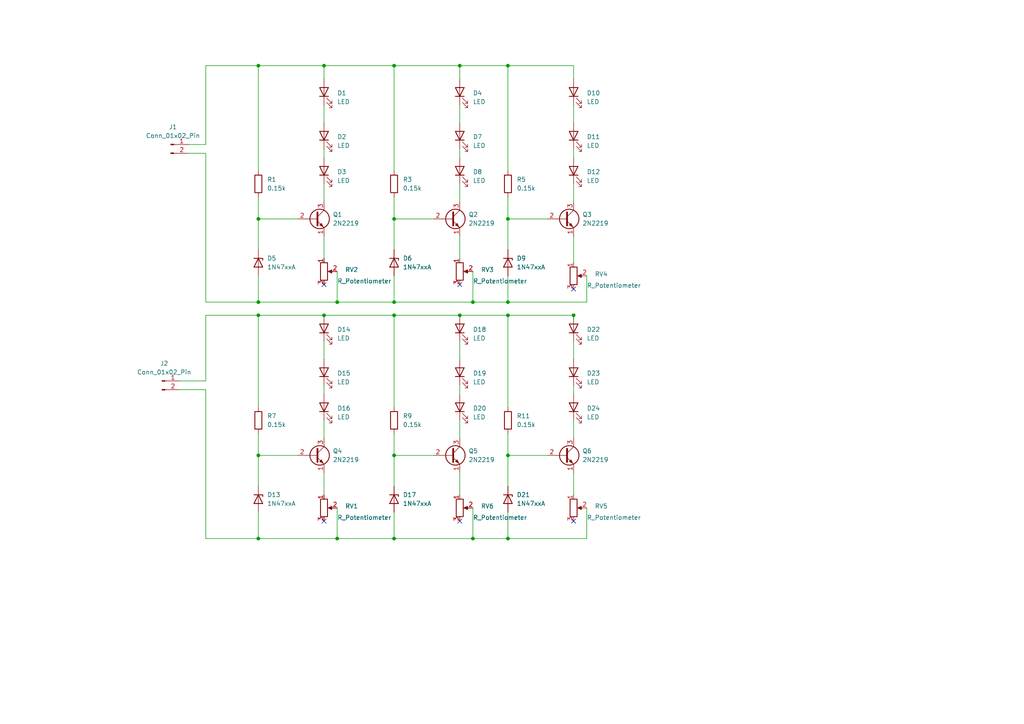
<source format=kicad_sch>
(kicad_sch
	(version 20250114)
	(generator "eeschema")
	(generator_version "9.0")
	(uuid "2f3d59f6-8d95-41a1-ace1-4a5791cce563")
	(paper "A4")
	(lib_symbols
		(symbol "Connector:Conn_01x02_Pin"
			(pin_names
				(offset 1.016)
				(hide yes)
			)
			(exclude_from_sim no)
			(in_bom yes)
			(on_board yes)
			(property "Reference" "J"
				(at 0 2.54 0)
				(effects
					(font
						(size 1.27 1.27)
					)
				)
			)
			(property "Value" "Conn_01x02_Pin"
				(at 0 -5.08 0)
				(effects
					(font
						(size 1.27 1.27)
					)
				)
			)
			(property "Footprint" ""
				(at 0 0 0)
				(effects
					(font
						(size 1.27 1.27)
					)
					(hide yes)
				)
			)
			(property "Datasheet" "~"
				(at 0 0 0)
				(effects
					(font
						(size 1.27 1.27)
					)
					(hide yes)
				)
			)
			(property "Description" "Generic connector, single row, 01x02, script generated"
				(at 0 0 0)
				(effects
					(font
						(size 1.27 1.27)
					)
					(hide yes)
				)
			)
			(property "ki_locked" ""
				(at 0 0 0)
				(effects
					(font
						(size 1.27 1.27)
					)
				)
			)
			(property "ki_keywords" "connector"
				(at 0 0 0)
				(effects
					(font
						(size 1.27 1.27)
					)
					(hide yes)
				)
			)
			(property "ki_fp_filters" "Connector*:*_1x??_*"
				(at 0 0 0)
				(effects
					(font
						(size 1.27 1.27)
					)
					(hide yes)
				)
			)
			(symbol "Conn_01x02_Pin_1_1"
				(rectangle
					(start 0.8636 0.127)
					(end 0 -0.127)
					(stroke
						(width 0.1524)
						(type default)
					)
					(fill
						(type outline)
					)
				)
				(rectangle
					(start 0.8636 -2.413)
					(end 0 -2.667)
					(stroke
						(width 0.1524)
						(type default)
					)
					(fill
						(type outline)
					)
				)
				(polyline
					(pts
						(xy 1.27 0) (xy 0.8636 0)
					)
					(stroke
						(width 0.1524)
						(type default)
					)
					(fill
						(type none)
					)
				)
				(polyline
					(pts
						(xy 1.27 -2.54) (xy 0.8636 -2.54)
					)
					(stroke
						(width 0.1524)
						(type default)
					)
					(fill
						(type none)
					)
				)
				(pin passive line
					(at 5.08 0 180)
					(length 3.81)
					(name "Pin_1"
						(effects
							(font
								(size 1.27 1.27)
							)
						)
					)
					(number "1"
						(effects
							(font
								(size 1.27 1.27)
							)
						)
					)
				)
				(pin passive line
					(at 5.08 -2.54 180)
					(length 3.81)
					(name "Pin_2"
						(effects
							(font
								(size 1.27 1.27)
							)
						)
					)
					(number "2"
						(effects
							(font
								(size 1.27 1.27)
							)
						)
					)
				)
			)
			(embedded_fonts no)
		)
		(symbol "Device:LED"
			(pin_numbers
				(hide yes)
			)
			(pin_names
				(offset 1.016)
				(hide yes)
			)
			(exclude_from_sim no)
			(in_bom yes)
			(on_board yes)
			(property "Reference" "D"
				(at 0 2.54 0)
				(effects
					(font
						(size 1.27 1.27)
					)
				)
			)
			(property "Value" "LED"
				(at 0 -2.54 0)
				(effects
					(font
						(size 1.27 1.27)
					)
				)
			)
			(property "Footprint" ""
				(at 0 0 0)
				(effects
					(font
						(size 1.27 1.27)
					)
					(hide yes)
				)
			)
			(property "Datasheet" "~"
				(at 0 0 0)
				(effects
					(font
						(size 1.27 1.27)
					)
					(hide yes)
				)
			)
			(property "Description" "Light emitting diode"
				(at 0 0 0)
				(effects
					(font
						(size 1.27 1.27)
					)
					(hide yes)
				)
			)
			(property "Sim.Pins" "1=K 2=A"
				(at 0 0 0)
				(effects
					(font
						(size 1.27 1.27)
					)
					(hide yes)
				)
			)
			(property "ki_keywords" "LED diode"
				(at 0 0 0)
				(effects
					(font
						(size 1.27 1.27)
					)
					(hide yes)
				)
			)
			(property "ki_fp_filters" "LED* LED_SMD:* LED_THT:*"
				(at 0 0 0)
				(effects
					(font
						(size 1.27 1.27)
					)
					(hide yes)
				)
			)
			(symbol "LED_0_1"
				(polyline
					(pts
						(xy -3.048 -0.762) (xy -4.572 -2.286) (xy -3.81 -2.286) (xy -4.572 -2.286) (xy -4.572 -1.524)
					)
					(stroke
						(width 0)
						(type default)
					)
					(fill
						(type none)
					)
				)
				(polyline
					(pts
						(xy -1.778 -0.762) (xy -3.302 -2.286) (xy -2.54 -2.286) (xy -3.302 -2.286) (xy -3.302 -1.524)
					)
					(stroke
						(width 0)
						(type default)
					)
					(fill
						(type none)
					)
				)
				(polyline
					(pts
						(xy -1.27 0) (xy 1.27 0)
					)
					(stroke
						(width 0)
						(type default)
					)
					(fill
						(type none)
					)
				)
				(polyline
					(pts
						(xy -1.27 -1.27) (xy -1.27 1.27)
					)
					(stroke
						(width 0.254)
						(type default)
					)
					(fill
						(type none)
					)
				)
				(polyline
					(pts
						(xy 1.27 -1.27) (xy 1.27 1.27) (xy -1.27 0) (xy 1.27 -1.27)
					)
					(stroke
						(width 0.254)
						(type default)
					)
					(fill
						(type none)
					)
				)
			)
			(symbol "LED_1_1"
				(pin passive line
					(at -3.81 0 0)
					(length 2.54)
					(name "K"
						(effects
							(font
								(size 1.27 1.27)
							)
						)
					)
					(number "1"
						(effects
							(font
								(size 1.27 1.27)
							)
						)
					)
				)
				(pin passive line
					(at 3.81 0 180)
					(length 2.54)
					(name "A"
						(effects
							(font
								(size 1.27 1.27)
							)
						)
					)
					(number "2"
						(effects
							(font
								(size 1.27 1.27)
							)
						)
					)
				)
			)
			(embedded_fonts no)
		)
		(symbol "Device:R"
			(pin_numbers
				(hide yes)
			)
			(pin_names
				(offset 0)
			)
			(exclude_from_sim no)
			(in_bom yes)
			(on_board yes)
			(property "Reference" "R"
				(at 2.032 0 90)
				(effects
					(font
						(size 1.27 1.27)
					)
				)
			)
			(property "Value" "R"
				(at 0 0 90)
				(effects
					(font
						(size 1.27 1.27)
					)
				)
			)
			(property "Footprint" ""
				(at -1.778 0 90)
				(effects
					(font
						(size 1.27 1.27)
					)
					(hide yes)
				)
			)
			(property "Datasheet" "~"
				(at 0 0 0)
				(effects
					(font
						(size 1.27 1.27)
					)
					(hide yes)
				)
			)
			(property "Description" "Resistor"
				(at 0 0 0)
				(effects
					(font
						(size 1.27 1.27)
					)
					(hide yes)
				)
			)
			(property "ki_keywords" "R res resistor"
				(at 0 0 0)
				(effects
					(font
						(size 1.27 1.27)
					)
					(hide yes)
				)
			)
			(property "ki_fp_filters" "R_*"
				(at 0 0 0)
				(effects
					(font
						(size 1.27 1.27)
					)
					(hide yes)
				)
			)
			(symbol "R_0_1"
				(rectangle
					(start -1.016 -2.54)
					(end 1.016 2.54)
					(stroke
						(width 0.254)
						(type default)
					)
					(fill
						(type none)
					)
				)
			)
			(symbol "R_1_1"
				(pin passive line
					(at 0 3.81 270)
					(length 1.27)
					(name "~"
						(effects
							(font
								(size 1.27 1.27)
							)
						)
					)
					(number "1"
						(effects
							(font
								(size 1.27 1.27)
							)
						)
					)
				)
				(pin passive line
					(at 0 -3.81 90)
					(length 1.27)
					(name "~"
						(effects
							(font
								(size 1.27 1.27)
							)
						)
					)
					(number "2"
						(effects
							(font
								(size 1.27 1.27)
							)
						)
					)
				)
			)
			(embedded_fonts no)
		)
		(symbol "Device:R_Potentiometer"
			(pin_names
				(offset 1.016)
				(hide yes)
			)
			(exclude_from_sim no)
			(in_bom yes)
			(on_board yes)
			(property "Reference" "RV"
				(at -4.445 0 90)
				(effects
					(font
						(size 1.27 1.27)
					)
				)
			)
			(property "Value" "R_Potentiometer"
				(at -2.54 0 90)
				(effects
					(font
						(size 1.27 1.27)
					)
				)
			)
			(property "Footprint" ""
				(at 0 0 0)
				(effects
					(font
						(size 1.27 1.27)
					)
					(hide yes)
				)
			)
			(property "Datasheet" "~"
				(at 0 0 0)
				(effects
					(font
						(size 1.27 1.27)
					)
					(hide yes)
				)
			)
			(property "Description" "Potentiometer"
				(at 0 0 0)
				(effects
					(font
						(size 1.27 1.27)
					)
					(hide yes)
				)
			)
			(property "ki_keywords" "resistor variable"
				(at 0 0 0)
				(effects
					(font
						(size 1.27 1.27)
					)
					(hide yes)
				)
			)
			(property "ki_fp_filters" "Potentiometer*"
				(at 0 0 0)
				(effects
					(font
						(size 1.27 1.27)
					)
					(hide yes)
				)
			)
			(symbol "R_Potentiometer_0_1"
				(rectangle
					(start 1.016 2.54)
					(end -1.016 -2.54)
					(stroke
						(width 0.254)
						(type default)
					)
					(fill
						(type none)
					)
				)
				(polyline
					(pts
						(xy 1.143 0) (xy 2.286 0.508) (xy 2.286 -0.508) (xy 1.143 0)
					)
					(stroke
						(width 0)
						(type default)
					)
					(fill
						(type outline)
					)
				)
				(polyline
					(pts
						(xy 2.54 0) (xy 1.524 0)
					)
					(stroke
						(width 0)
						(type default)
					)
					(fill
						(type none)
					)
				)
			)
			(symbol "R_Potentiometer_1_1"
				(pin passive line
					(at 0 3.81 270)
					(length 1.27)
					(name "1"
						(effects
							(font
								(size 1.27 1.27)
							)
						)
					)
					(number "1"
						(effects
							(font
								(size 1.27 1.27)
							)
						)
					)
				)
				(pin passive line
					(at 0 -3.81 90)
					(length 1.27)
					(name "3"
						(effects
							(font
								(size 1.27 1.27)
							)
						)
					)
					(number "3"
						(effects
							(font
								(size 1.27 1.27)
							)
						)
					)
				)
				(pin passive line
					(at 3.81 0 180)
					(length 1.27)
					(name "2"
						(effects
							(font
								(size 1.27 1.27)
							)
						)
					)
					(number "2"
						(effects
							(font
								(size 1.27 1.27)
							)
						)
					)
				)
			)
			(embedded_fonts no)
		)
		(symbol "Diode:1N47xxA"
			(pin_numbers
				(hide yes)
			)
			(pin_names
				(hide yes)
			)
			(exclude_from_sim no)
			(in_bom yes)
			(on_board yes)
			(property "Reference" "D"
				(at 0 2.54 0)
				(effects
					(font
						(size 1.27 1.27)
					)
				)
			)
			(property "Value" "1N47xxA"
				(at 0 -2.54 0)
				(effects
					(font
						(size 1.27 1.27)
					)
				)
			)
			(property "Footprint" "Diode_THT:D_DO-41_SOD81_P10.16mm_Horizontal"
				(at 0 -4.445 0)
				(effects
					(font
						(size 1.27 1.27)
					)
					(hide yes)
				)
			)
			(property "Datasheet" "https://www.vishay.com/docs/85816/1n4728a.pdf"
				(at 0 0 0)
				(effects
					(font
						(size 1.27 1.27)
					)
					(hide yes)
				)
			)
			(property "Description" "1300mW Silicon planar power Zener diodes, DO-41"
				(at 0 0 0)
				(effects
					(font
						(size 1.27 1.27)
					)
					(hide yes)
				)
			)
			(property "ki_keywords" "zener diode"
				(at 0 0 0)
				(effects
					(font
						(size 1.27 1.27)
					)
					(hide yes)
				)
			)
			(property "ki_fp_filters" "D*DO?41*"
				(at 0 0 0)
				(effects
					(font
						(size 1.27 1.27)
					)
					(hide yes)
				)
			)
			(symbol "1N47xxA_0_1"
				(polyline
					(pts
						(xy -1.27 -1.27) (xy -1.27 1.27) (xy -0.762 1.27)
					)
					(stroke
						(width 0.254)
						(type default)
					)
					(fill
						(type none)
					)
				)
				(polyline
					(pts
						(xy 1.27 0) (xy -1.27 0)
					)
					(stroke
						(width 0)
						(type default)
					)
					(fill
						(type none)
					)
				)
				(polyline
					(pts
						(xy 1.27 -1.27) (xy 1.27 1.27) (xy -1.27 0) (xy 1.27 -1.27)
					)
					(stroke
						(width 0.254)
						(type default)
					)
					(fill
						(type none)
					)
				)
			)
			(symbol "1N47xxA_1_1"
				(pin passive line
					(at -3.81 0 0)
					(length 2.54)
					(name "K"
						(effects
							(font
								(size 1.27 1.27)
							)
						)
					)
					(number "1"
						(effects
							(font
								(size 1.27 1.27)
							)
						)
					)
				)
				(pin passive line
					(at 3.81 0 180)
					(length 2.54)
					(name "A"
						(effects
							(font
								(size 1.27 1.27)
							)
						)
					)
					(number "2"
						(effects
							(font
								(size 1.27 1.27)
							)
						)
					)
				)
			)
			(embedded_fonts no)
		)
		(symbol "Transistor_BJT:2N2219"
			(pin_names
				(offset 0)
				(hide yes)
			)
			(exclude_from_sim no)
			(in_bom yes)
			(on_board yes)
			(property "Reference" "Q"
				(at 5.08 1.905 0)
				(effects
					(font
						(size 1.27 1.27)
					)
					(justify left)
				)
			)
			(property "Value" "2N2219"
				(at 5.08 0 0)
				(effects
					(font
						(size 1.27 1.27)
					)
					(justify left)
				)
			)
			(property "Footprint" "Package_TO_SOT_THT:TO-39-3"
				(at 5.08 -1.905 0)
				(effects
					(font
						(size 1.27 1.27)
						(italic yes)
					)
					(justify left)
					(hide yes)
				)
			)
			(property "Datasheet" "http://www.onsemi.com/pub_link/Collateral/2N2219-D.PDF"
				(at 0 0 0)
				(effects
					(font
						(size 1.27 1.27)
					)
					(justify left)
					(hide yes)
				)
			)
			(property "Description" "800mA Ic, 50V Vce, NPN Transistor, TO-39"
				(at 0 0 0)
				(effects
					(font
						(size 1.27 1.27)
					)
					(hide yes)
				)
			)
			(property "ki_keywords" "NPN Transistor"
				(at 0 0 0)
				(effects
					(font
						(size 1.27 1.27)
					)
					(hide yes)
				)
			)
			(property "ki_fp_filters" "TO?39*"
				(at 0 0 0)
				(effects
					(font
						(size 1.27 1.27)
					)
					(hide yes)
				)
			)
			(symbol "2N2219_0_1"
				(polyline
					(pts
						(xy -2.54 0) (xy 0.635 0)
					)
					(stroke
						(width 0)
						(type default)
					)
					(fill
						(type none)
					)
				)
				(polyline
					(pts
						(xy 0.635 1.905) (xy 0.635 -1.905)
					)
					(stroke
						(width 0.508)
						(type default)
					)
					(fill
						(type none)
					)
				)
				(circle
					(center 1.27 0)
					(radius 2.8194)
					(stroke
						(width 0.254)
						(type default)
					)
					(fill
						(type none)
					)
				)
			)
			(symbol "2N2219_1_1"
				(polyline
					(pts
						(xy 0.635 0.635) (xy 2.54 2.54)
					)
					(stroke
						(width 0)
						(type default)
					)
					(fill
						(type none)
					)
				)
				(polyline
					(pts
						(xy 0.635 -0.635) (xy 2.54 -2.54)
					)
					(stroke
						(width 0)
						(type default)
					)
					(fill
						(type none)
					)
				)
				(polyline
					(pts
						(xy 1.27 -1.778) (xy 1.778 -1.27) (xy 2.286 -2.286) (xy 1.27 -1.778)
					)
					(stroke
						(width 0)
						(type default)
					)
					(fill
						(type outline)
					)
				)
				(pin input line
					(at -5.08 0 0)
					(length 2.54)
					(name "B"
						(effects
							(font
								(size 1.27 1.27)
							)
						)
					)
					(number "2"
						(effects
							(font
								(size 1.27 1.27)
							)
						)
					)
				)
				(pin passive line
					(at 2.54 5.08 270)
					(length 2.54)
					(name "C"
						(effects
							(font
								(size 1.27 1.27)
							)
						)
					)
					(number "3"
						(effects
							(font
								(size 1.27 1.27)
							)
						)
					)
				)
				(pin passive line
					(at 2.54 -5.08 90)
					(length 2.54)
					(name "E"
						(effects
							(font
								(size 1.27 1.27)
							)
						)
					)
					(number "1"
						(effects
							(font
								(size 1.27 1.27)
							)
						)
					)
				)
			)
			(embedded_fonts no)
		)
	)
	(junction
		(at 74.93 63.5)
		(diameter 0)
		(color 0 0 0 0)
		(uuid "0f9063c2-abe5-459f-a9b9-ad913068b73d")
	)
	(junction
		(at 74.93 19.05)
		(diameter 0)
		(color 0 0 0 0)
		(uuid "10d5e046-c29e-4110-8458-5ee73ae25b77")
	)
	(junction
		(at 133.35 91.44)
		(diameter 0)
		(color 0 0 0 0)
		(uuid "19792d9b-aca1-48c5-a3ec-3fdce181a0aa")
	)
	(junction
		(at 114.3 63.5)
		(diameter 0)
		(color 0 0 0 0)
		(uuid "1b51f6a2-e79b-4d28-b0c6-fd80e87a3d30")
	)
	(junction
		(at 93.98 91.44)
		(diameter 0)
		(color 0 0 0 0)
		(uuid "1ea43f35-8697-40fd-b65d-e8ba5177c11c")
	)
	(junction
		(at 74.93 87.63)
		(diameter 0)
		(color 0 0 0 0)
		(uuid "209c8699-18f2-430c-9f87-6853960fc3b6")
	)
	(junction
		(at 114.3 132.08)
		(diameter 0)
		(color 0 0 0 0)
		(uuid "2ed93563-39e8-497e-9a16-24573be9658b")
	)
	(junction
		(at 147.32 19.05)
		(diameter 0)
		(color 0 0 0 0)
		(uuid "30086ca5-9e59-4e74-9c22-1db93b19e169")
	)
	(junction
		(at 137.16 87.63)
		(diameter 0)
		(color 0 0 0 0)
		(uuid "4327287f-5843-4c0e-af10-465dfd494e4a")
	)
	(junction
		(at 74.93 156.21)
		(diameter 0)
		(color 0 0 0 0)
		(uuid "48ac1d2e-fcb0-4cdd-aa78-d7b85e9c701a")
	)
	(junction
		(at 137.16 156.21)
		(diameter 0)
		(color 0 0 0 0)
		(uuid "6138c421-5606-4c23-8ea1-fb761a5f4acb")
	)
	(junction
		(at 97.79 87.63)
		(diameter 0)
		(color 0 0 0 0)
		(uuid "6604c380-c08d-4303-a9d5-41a3d2632be7")
	)
	(junction
		(at 74.93 91.44)
		(diameter 0)
		(color 0 0 0 0)
		(uuid "69f20652-838c-432d-b0d9-f51cb7425785")
	)
	(junction
		(at 114.3 91.44)
		(diameter 0)
		(color 0 0 0 0)
		(uuid "6eaea5a7-8d25-4d28-b5e7-331fcb6ab38f")
	)
	(junction
		(at 147.32 87.63)
		(diameter 0)
		(color 0 0 0 0)
		(uuid "8c6c275a-9782-4ac0-88e1-f98e640498f2")
	)
	(junction
		(at 147.32 91.44)
		(diameter 0)
		(color 0 0 0 0)
		(uuid "9515454f-8c29-454b-a1ee-35fc2fc5306c")
	)
	(junction
		(at 166.37 91.44)
		(diameter 0)
		(color 0 0 0 0)
		(uuid "979de2a7-67fc-48fa-89b5-337661ecbd8f")
	)
	(junction
		(at 114.3 156.21)
		(diameter 0)
		(color 0 0 0 0)
		(uuid "9a519079-f4fe-4aa3-8ce8-8fc2b1d2767b")
	)
	(junction
		(at 147.32 156.21)
		(diameter 0)
		(color 0 0 0 0)
		(uuid "9ec589dd-b542-4e20-baec-6e1daace4a0b")
	)
	(junction
		(at 133.35 19.05)
		(diameter 0)
		(color 0 0 0 0)
		(uuid "9fd7ca3e-78de-49bb-b793-65f945305928")
	)
	(junction
		(at 114.3 19.05)
		(diameter 0)
		(color 0 0 0 0)
		(uuid "a021b664-72b7-41b4-8ccc-502f7cde40e1")
	)
	(junction
		(at 114.3 87.63)
		(diameter 0)
		(color 0 0 0 0)
		(uuid "b6292a3e-d43f-4d75-8960-ffe9a7ecc15d")
	)
	(junction
		(at 147.32 132.08)
		(diameter 0)
		(color 0 0 0 0)
		(uuid "b7d7893e-176e-4cdd-9f46-1b0ef7d4cd1b")
	)
	(junction
		(at 93.98 19.05)
		(diameter 0)
		(color 0 0 0 0)
		(uuid "d79cf498-3787-4e8f-aa4a-e5e8eeea8a83")
	)
	(junction
		(at 147.32 63.5)
		(diameter 0)
		(color 0 0 0 0)
		(uuid "dbeee6d2-0a5b-4dc5-b62b-634b7f96c1c4")
	)
	(junction
		(at 74.93 132.08)
		(diameter 0)
		(color 0 0 0 0)
		(uuid "e6d38ac2-ec92-4701-9e4c-7d918a829a4f")
	)
	(junction
		(at 97.79 156.21)
		(diameter 0)
		(color 0 0 0 0)
		(uuid "f782bd04-87b2-4bcc-bc5d-0849890d0540")
	)
	(no_connect
		(at 166.37 83.82)
		(uuid "43829a5f-5e9c-4668-a218-6aac3a2a8e3b")
	)
	(no_connect
		(at 93.98 82.55)
		(uuid "4d5e926d-84f0-41ca-8326-db21e7ddd7d7")
	)
	(no_connect
		(at 166.37 151.13)
		(uuid "a1b77eb6-c9c8-4432-b8d4-3bb994fd60f0")
	)
	(no_connect
		(at 133.35 82.55)
		(uuid "c25dd024-a7f6-4a39-80d7-6f8b30818e1a")
	)
	(no_connect
		(at 133.35 151.13)
		(uuid "e545ac6d-5de8-43c8-8c2b-9fda69679fde")
	)
	(no_connect
		(at 93.98 151.13)
		(uuid "f247e51f-8bae-4f5e-982b-dd045bae959d")
	)
	(wire
		(pts
			(xy 166.37 22.86) (xy 166.37 19.05)
		)
		(stroke
			(width 0)
			(type default)
		)
		(uuid "00d1a947-0707-484f-aef6-1efc4975106b")
	)
	(wire
		(pts
			(xy 114.3 132.08) (xy 125.73 132.08)
		)
		(stroke
			(width 0)
			(type default)
		)
		(uuid "0532e52b-efbf-4fe7-b90e-08d1a360a79e")
	)
	(wire
		(pts
			(xy 147.32 63.5) (xy 158.75 63.5)
		)
		(stroke
			(width 0)
			(type default)
		)
		(uuid "0c174f4b-4e7b-4644-ba7d-1dffd492b6a9")
	)
	(wire
		(pts
			(xy 74.93 91.44) (xy 74.93 118.11)
		)
		(stroke
			(width 0)
			(type default)
		)
		(uuid "0e92d121-8afd-41c5-8ae0-71456b3510d7")
	)
	(wire
		(pts
			(xy 59.69 44.45) (xy 59.69 87.63)
		)
		(stroke
			(width 0)
			(type default)
		)
		(uuid "109bd0b6-1a14-4146-ba06-0d822e17d959")
	)
	(wire
		(pts
			(xy 166.37 91.44) (xy 166.37 92.71)
		)
		(stroke
			(width 0)
			(type default)
		)
		(uuid "164464c8-3cb9-4658-b889-b36de8a49953")
	)
	(wire
		(pts
			(xy 74.93 148.59) (xy 74.93 156.21)
		)
		(stroke
			(width 0)
			(type default)
		)
		(uuid "16ad6840-e706-4995-affe-7155ebf15777")
	)
	(wire
		(pts
			(xy 147.32 156.21) (xy 170.18 156.21)
		)
		(stroke
			(width 0)
			(type default)
		)
		(uuid "17ac75cd-d76e-413a-8979-daa9a75c903b")
	)
	(wire
		(pts
			(xy 74.93 63.5) (xy 86.36 63.5)
		)
		(stroke
			(width 0)
			(type default)
		)
		(uuid "1937b834-3736-4dfb-b335-5269cd6be1ab")
	)
	(wire
		(pts
			(xy 166.37 68.58) (xy 166.37 76.2)
		)
		(stroke
			(width 0)
			(type default)
		)
		(uuid "20c94473-7260-4eb8-a6d1-c92a0d922116")
	)
	(wire
		(pts
			(xy 74.93 125.73) (xy 74.93 132.08)
		)
		(stroke
			(width 0)
			(type default)
		)
		(uuid "213b50bb-2f1f-41e7-a34f-d1dfe5e24e66")
	)
	(wire
		(pts
			(xy 114.3 63.5) (xy 114.3 72.39)
		)
		(stroke
			(width 0)
			(type default)
		)
		(uuid "2142e9ae-0bc5-404d-ba83-2edaff72ecbd")
	)
	(wire
		(pts
			(xy 93.98 43.18) (xy 93.98 45.72)
		)
		(stroke
			(width 0)
			(type default)
		)
		(uuid "2296afe1-7d30-4713-aa56-7b44ba5ac331")
	)
	(wire
		(pts
			(xy 93.98 19.05) (xy 114.3 19.05)
		)
		(stroke
			(width 0)
			(type default)
		)
		(uuid "29be7626-73c4-4088-b51f-60486912f511")
	)
	(wire
		(pts
			(xy 147.32 132.08) (xy 158.75 132.08)
		)
		(stroke
			(width 0)
			(type default)
		)
		(uuid "2b36200f-94c5-4144-bb5e-06b7376d75ed")
	)
	(wire
		(pts
			(xy 166.37 121.92) (xy 166.37 127)
		)
		(stroke
			(width 0)
			(type default)
		)
		(uuid "2ba5aec2-dc92-4749-9fc5-d98ce78a3901")
	)
	(wire
		(pts
			(xy 97.79 78.74) (xy 97.79 87.63)
		)
		(stroke
			(width 0)
			(type default)
		)
		(uuid "2d0548d0-fe64-4f66-8621-488830e75662")
	)
	(wire
		(pts
			(xy 114.3 148.59) (xy 114.3 156.21)
		)
		(stroke
			(width 0)
			(type default)
		)
		(uuid "2e23d41f-fa83-427a-aa68-a392be42d6cd")
	)
	(wire
		(pts
			(xy 59.69 113.03) (xy 59.69 156.21)
		)
		(stroke
			(width 0)
			(type default)
		)
		(uuid "3197b423-28ed-4e65-bae8-0b207b48e974")
	)
	(wire
		(pts
			(xy 166.37 30.48) (xy 166.37 35.56)
		)
		(stroke
			(width 0)
			(type default)
		)
		(uuid "31d7311e-5b3a-4d32-b380-93843ca4d857")
	)
	(wire
		(pts
			(xy 133.35 99.06) (xy 133.35 104.14)
		)
		(stroke
			(width 0)
			(type default)
		)
		(uuid "3431cf56-cc56-4116-828d-2f34f3882258")
	)
	(wire
		(pts
			(xy 133.35 53.34) (xy 133.35 58.42)
		)
		(stroke
			(width 0)
			(type default)
		)
		(uuid "36393200-3bf4-407b-9778-047ab39b8bba")
	)
	(wire
		(pts
			(xy 97.79 156.21) (xy 114.3 156.21)
		)
		(stroke
			(width 0)
			(type default)
		)
		(uuid "38027b68-9627-4f55-ac1a-65d1946b3e23")
	)
	(wire
		(pts
			(xy 166.37 99.06) (xy 166.37 104.14)
		)
		(stroke
			(width 0)
			(type default)
		)
		(uuid "3884371c-e129-4732-9c9f-3c1884355903")
	)
	(wire
		(pts
			(xy 93.98 137.16) (xy 93.98 143.51)
		)
		(stroke
			(width 0)
			(type default)
		)
		(uuid "3944bbd6-4c0a-47e9-86ca-4cc68c96520b")
	)
	(wire
		(pts
			(xy 74.93 63.5) (xy 74.93 72.39)
		)
		(stroke
			(width 0)
			(type default)
		)
		(uuid "44438f35-660a-46a2-9778-ab2a87a0b881")
	)
	(wire
		(pts
			(xy 133.35 68.58) (xy 133.35 74.93)
		)
		(stroke
			(width 0)
			(type default)
		)
		(uuid "46aa57fd-3662-4ad0-a024-c1ca0a668e3f")
	)
	(wire
		(pts
			(xy 114.3 87.63) (xy 137.16 87.63)
		)
		(stroke
			(width 0)
			(type default)
		)
		(uuid "49139a69-dd9b-4166-a9d5-51e540b949ba")
	)
	(wire
		(pts
			(xy 147.32 132.08) (xy 147.32 140.97)
		)
		(stroke
			(width 0)
			(type default)
		)
		(uuid "496da4a3-e5cb-4c72-856e-ff257d507674")
	)
	(wire
		(pts
			(xy 147.32 148.59) (xy 147.32 156.21)
		)
		(stroke
			(width 0)
			(type default)
		)
		(uuid "4a302382-46a0-455f-a8a7-acec135806dc")
	)
	(wire
		(pts
			(xy 114.3 19.05) (xy 133.35 19.05)
		)
		(stroke
			(width 0)
			(type default)
		)
		(uuid "4b388842-2f27-457f-8638-5f6264e6b9d3")
	)
	(wire
		(pts
			(xy 74.93 80.01) (xy 74.93 87.63)
		)
		(stroke
			(width 0)
			(type default)
		)
		(uuid "4be9fbd1-285c-4a91-b4d2-041fc165ce3b")
	)
	(wire
		(pts
			(xy 114.3 63.5) (xy 125.73 63.5)
		)
		(stroke
			(width 0)
			(type default)
		)
		(uuid "4bf95abc-ac8e-44fe-892a-c5f61f2a3ba4")
	)
	(wire
		(pts
			(xy 137.16 87.63) (xy 147.32 87.63)
		)
		(stroke
			(width 0)
			(type default)
		)
		(uuid "4d611974-c7a8-4e92-b3ac-bac2d7e9102a")
	)
	(wire
		(pts
			(xy 137.16 147.32) (xy 137.16 156.21)
		)
		(stroke
			(width 0)
			(type default)
		)
		(uuid "4df74014-2ebd-4156-a26f-563b6d7765e7")
	)
	(wire
		(pts
			(xy 114.3 19.05) (xy 114.3 49.53)
		)
		(stroke
			(width 0)
			(type default)
		)
		(uuid "5099b65a-6698-4a1a-b9c9-cec416ed4b9f")
	)
	(wire
		(pts
			(xy 133.35 111.76) (xy 133.35 114.3)
		)
		(stroke
			(width 0)
			(type default)
		)
		(uuid "50fdfe3d-ac67-4503-8dc1-36bf1273c784")
	)
	(wire
		(pts
			(xy 93.98 91.44) (xy 114.3 91.44)
		)
		(stroke
			(width 0)
			(type default)
		)
		(uuid "512ef1e4-0293-4b4a-8470-1788d0ac87ad")
	)
	(wire
		(pts
			(xy 147.32 80.01) (xy 147.32 87.63)
		)
		(stroke
			(width 0)
			(type default)
		)
		(uuid "552fae5e-3978-4188-ab64-fa94f542bbae")
	)
	(wire
		(pts
			(xy 93.98 19.05) (xy 74.93 19.05)
		)
		(stroke
			(width 0)
			(type default)
		)
		(uuid "55ed766e-c566-46aa-8066-6c519d05e8f4")
	)
	(wire
		(pts
			(xy 74.93 132.08) (xy 86.36 132.08)
		)
		(stroke
			(width 0)
			(type default)
		)
		(uuid "56bdb768-32ab-4dc9-bdfe-46eec917b13a")
	)
	(wire
		(pts
			(xy 59.69 156.21) (xy 74.93 156.21)
		)
		(stroke
			(width 0)
			(type default)
		)
		(uuid "58f628ff-a243-44e7-bbb6-8fd2febf3091")
	)
	(wire
		(pts
			(xy 52.07 113.03) (xy 59.69 113.03)
		)
		(stroke
			(width 0)
			(type default)
		)
		(uuid "59675beb-ea37-4c5d-bf0d-63428381b934")
	)
	(wire
		(pts
			(xy 137.16 156.21) (xy 147.32 156.21)
		)
		(stroke
			(width 0)
			(type default)
		)
		(uuid "5f916dd5-5f44-444d-8660-29691d90d506")
	)
	(wire
		(pts
			(xy 133.35 30.48) (xy 133.35 35.56)
		)
		(stroke
			(width 0)
			(type default)
		)
		(uuid "61e53ea9-04ad-4344-b3c0-9570a22ad5a6")
	)
	(wire
		(pts
			(xy 114.3 80.01) (xy 114.3 87.63)
		)
		(stroke
			(width 0)
			(type default)
		)
		(uuid "6ae66617-9d70-467c-81cb-4c383d6012b3")
	)
	(wire
		(pts
			(xy 74.93 57.15) (xy 74.93 63.5)
		)
		(stroke
			(width 0)
			(type default)
		)
		(uuid "6bc07b5b-b8ac-49f4-b6a3-634aeb9ad09b")
	)
	(wire
		(pts
			(xy 166.37 137.16) (xy 166.37 143.51)
		)
		(stroke
			(width 0)
			(type default)
		)
		(uuid "73f608ee-1310-4c91-9bc9-82570df8761c")
	)
	(wire
		(pts
			(xy 93.98 22.86) (xy 93.98 19.05)
		)
		(stroke
			(width 0)
			(type default)
		)
		(uuid "767fe863-fd04-4fc9-be96-502fe3c78b5a")
	)
	(wire
		(pts
			(xy 166.37 111.76) (xy 166.37 114.3)
		)
		(stroke
			(width 0)
			(type default)
		)
		(uuid "7d4ae718-acda-4d48-8f34-5670e6396695")
	)
	(wire
		(pts
			(xy 54.61 44.45) (xy 59.69 44.45)
		)
		(stroke
			(width 0)
			(type default)
		)
		(uuid "834d59b7-0a97-4095-8dcd-107beedfae32")
	)
	(wire
		(pts
			(xy 93.98 99.06) (xy 93.98 104.14)
		)
		(stroke
			(width 0)
			(type default)
		)
		(uuid "86b34c04-06c1-494a-b0b3-b9181e0fd856")
	)
	(wire
		(pts
			(xy 74.93 91.44) (xy 59.69 91.44)
		)
		(stroke
			(width 0)
			(type default)
		)
		(uuid "87606f93-7767-42c5-a7e2-156a39fc0167")
	)
	(wire
		(pts
			(xy 74.93 87.63) (xy 97.79 87.63)
		)
		(stroke
			(width 0)
			(type default)
		)
		(uuid "8795b9ab-d6c2-4506-9ab6-26137e22cfc1")
	)
	(wire
		(pts
			(xy 170.18 80.01) (xy 170.18 87.63)
		)
		(stroke
			(width 0)
			(type default)
		)
		(uuid "8819ffb8-ea55-401f-bbad-f5a4e427b5d0")
	)
	(wire
		(pts
			(xy 166.37 53.34) (xy 166.37 58.42)
		)
		(stroke
			(width 0)
			(type default)
		)
		(uuid "88eae899-bc60-45d0-829c-aec3b175a5d3")
	)
	(wire
		(pts
			(xy 93.98 111.76) (xy 93.98 114.3)
		)
		(stroke
			(width 0)
			(type default)
		)
		(uuid "8a2ae5f0-4f3a-40a7-9742-d369811729ca")
	)
	(wire
		(pts
			(xy 114.3 91.44) (xy 133.35 91.44)
		)
		(stroke
			(width 0)
			(type default)
		)
		(uuid "8a573cbc-5f0d-49c5-b95c-07d0e792cfd3")
	)
	(wire
		(pts
			(xy 147.32 125.73) (xy 147.32 132.08)
		)
		(stroke
			(width 0)
			(type default)
		)
		(uuid "8ebcdc89-8ad5-4974-a0eb-d56d8dcadd54")
	)
	(wire
		(pts
			(xy 74.93 132.08) (xy 74.93 140.97)
		)
		(stroke
			(width 0)
			(type default)
		)
		(uuid "90fb48ac-b50e-4155-81af-2bef6835a952")
	)
	(wire
		(pts
			(xy 133.35 19.05) (xy 147.32 19.05)
		)
		(stroke
			(width 0)
			(type default)
		)
		(uuid "94e3bbfb-c1e3-49bf-95dc-10bfbefcf8ca")
	)
	(wire
		(pts
			(xy 114.3 118.11) (xy 114.3 91.44)
		)
		(stroke
			(width 0)
			(type default)
		)
		(uuid "957c6930-0b82-4ed5-8378-4ea4e2e07c05")
	)
	(wire
		(pts
			(xy 93.98 53.34) (xy 93.98 58.42)
		)
		(stroke
			(width 0)
			(type default)
		)
		(uuid "9c785bf3-97db-4d42-b8d9-aa37786169fb")
	)
	(wire
		(pts
			(xy 147.32 87.63) (xy 170.18 87.63)
		)
		(stroke
			(width 0)
			(type default)
		)
		(uuid "a13a7436-42eb-4324-971d-e2d6518eb809")
	)
	(wire
		(pts
			(xy 93.98 30.48) (xy 93.98 35.56)
		)
		(stroke
			(width 0)
			(type default)
		)
		(uuid "a4bc0568-e3b6-4f9f-a8b7-4d30559669dd")
	)
	(wire
		(pts
			(xy 147.32 19.05) (xy 147.32 49.53)
		)
		(stroke
			(width 0)
			(type default)
		)
		(uuid "a7e99c14-9cf8-4fbf-84b3-b5bc73c9c5e4")
	)
	(wire
		(pts
			(xy 133.35 43.18) (xy 133.35 45.72)
		)
		(stroke
			(width 0)
			(type default)
		)
		(uuid "aceef024-886a-4828-80c3-468ac96ef629")
	)
	(wire
		(pts
			(xy 170.18 147.32) (xy 170.18 156.21)
		)
		(stroke
			(width 0)
			(type default)
		)
		(uuid "adb99194-2da5-4c95-ae2f-8e241f0c04e7")
	)
	(wire
		(pts
			(xy 93.98 68.58) (xy 93.98 74.93)
		)
		(stroke
			(width 0)
			(type default)
		)
		(uuid "aea9a813-728f-4b12-94a3-c99639c3dbca")
	)
	(wire
		(pts
			(xy 137.16 78.74) (xy 137.16 87.63)
		)
		(stroke
			(width 0)
			(type default)
		)
		(uuid "aff5b2b0-d631-4e50-b2e2-c8d53fe3b693")
	)
	(wire
		(pts
			(xy 54.61 41.91) (xy 59.69 41.91)
		)
		(stroke
			(width 0)
			(type default)
		)
		(uuid "b08ebc0e-96eb-4295-9d24-01592c75fe83")
	)
	(wire
		(pts
			(xy 59.69 87.63) (xy 74.93 87.63)
		)
		(stroke
			(width 0)
			(type default)
		)
		(uuid "b36cf2ba-940b-4f35-916c-4f261a0b2f32")
	)
	(wire
		(pts
			(xy 114.3 132.08) (xy 114.3 140.97)
		)
		(stroke
			(width 0)
			(type default)
		)
		(uuid "c1a84e9d-f13e-4a0e-a572-f2d2344b43fb")
	)
	(wire
		(pts
			(xy 97.79 147.32) (xy 97.79 156.21)
		)
		(stroke
			(width 0)
			(type default)
		)
		(uuid "c372299d-50a7-44ac-8d0c-c3cb15b7b587")
	)
	(wire
		(pts
			(xy 147.32 57.15) (xy 147.32 63.5)
		)
		(stroke
			(width 0)
			(type default)
		)
		(uuid "c552eeed-e894-421f-acc4-0b6be779e9e9")
	)
	(wire
		(pts
			(xy 166.37 19.05) (xy 147.32 19.05)
		)
		(stroke
			(width 0)
			(type default)
		)
		(uuid "c56e9f3f-1787-4b19-9e3f-6ed0287423a0")
	)
	(wire
		(pts
			(xy 74.93 156.21) (xy 97.79 156.21)
		)
		(stroke
			(width 0)
			(type default)
		)
		(uuid "c84ac2e9-fe4f-4b23-b5f0-ba00ca4a3e85")
	)
	(wire
		(pts
			(xy 166.37 43.18) (xy 166.37 45.72)
		)
		(stroke
			(width 0)
			(type default)
		)
		(uuid "ca340bfb-efb6-4e52-b721-40b8097768ac")
	)
	(wire
		(pts
			(xy 59.69 19.05) (xy 59.69 41.91)
		)
		(stroke
			(width 0)
			(type default)
		)
		(uuid "caf5261a-ff03-4162-8eaa-086930752763")
	)
	(wire
		(pts
			(xy 93.98 91.44) (xy 74.93 91.44)
		)
		(stroke
			(width 0)
			(type default)
		)
		(uuid "cdf45766-7e19-49b3-91c7-531cd90c40f1")
	)
	(wire
		(pts
			(xy 52.07 110.49) (xy 59.69 110.49)
		)
		(stroke
			(width 0)
			(type default)
		)
		(uuid "d86ceb0a-3d62-4154-b4b9-b9cc3e8157f9")
	)
	(wire
		(pts
			(xy 147.32 91.44) (xy 147.32 118.11)
		)
		(stroke
			(width 0)
			(type default)
		)
		(uuid "d8f75305-8b87-47a6-8c26-fad026cf069e")
	)
	(wire
		(pts
			(xy 147.32 63.5) (xy 147.32 72.39)
		)
		(stroke
			(width 0)
			(type default)
		)
		(uuid "dd319bf6-885f-4481-a183-49a435e51c6a")
	)
	(wire
		(pts
			(xy 133.35 22.86) (xy 133.35 19.05)
		)
		(stroke
			(width 0)
			(type default)
		)
		(uuid "e63aa2e5-ed99-4d58-8eaa-1ba160fa588d")
	)
	(wire
		(pts
			(xy 114.3 57.15) (xy 114.3 63.5)
		)
		(stroke
			(width 0)
			(type default)
		)
		(uuid "e68043e7-68f0-4812-9f8f-7e1377737802")
	)
	(wire
		(pts
			(xy 114.3 125.73) (xy 114.3 132.08)
		)
		(stroke
			(width 0)
			(type default)
		)
		(uuid "e6a7ea49-c8ba-45cd-a103-c46355d181eb")
	)
	(wire
		(pts
			(xy 93.98 121.92) (xy 93.98 127)
		)
		(stroke
			(width 0)
			(type default)
		)
		(uuid "e99500de-5a56-4b7b-8cb3-8e141c43dfc4")
	)
	(wire
		(pts
			(xy 114.3 156.21) (xy 137.16 156.21)
		)
		(stroke
			(width 0)
			(type default)
		)
		(uuid "ec426dfc-ed14-47df-934c-8e8b40748929")
	)
	(wire
		(pts
			(xy 147.32 91.44) (xy 166.37 91.44)
		)
		(stroke
			(width 0)
			(type default)
		)
		(uuid "ece0f992-f901-45a4-a567-88878d3b6501")
	)
	(wire
		(pts
			(xy 133.35 121.92) (xy 133.35 127)
		)
		(stroke
			(width 0)
			(type default)
		)
		(uuid "eddd45aa-16a8-4f45-9bbe-823482c896b2")
	)
	(wire
		(pts
			(xy 97.79 87.63) (xy 114.3 87.63)
		)
		(stroke
			(width 0)
			(type default)
		)
		(uuid "ef24cee0-6066-4710-a551-9d001462d725")
	)
	(wire
		(pts
			(xy 59.69 19.05) (xy 74.93 19.05)
		)
		(stroke
			(width 0)
			(type default)
		)
		(uuid "f1e9b6b7-8551-47d2-a734-98f61ec5dbff")
	)
	(wire
		(pts
			(xy 133.35 137.16) (xy 133.35 143.51)
		)
		(stroke
			(width 0)
			(type default)
		)
		(uuid "fb83a706-6477-4dec-95d6-9ff3e145373e")
	)
	(wire
		(pts
			(xy 59.69 91.44) (xy 59.69 110.49)
		)
		(stroke
			(width 0)
			(type default)
		)
		(uuid "fbedaa59-b30c-4001-bc3f-32c22f07987f")
	)
	(wire
		(pts
			(xy 133.35 91.44) (xy 147.32 91.44)
		)
		(stroke
			(width 0)
			(type default)
		)
		(uuid "fed3ec0b-7d07-4883-970f-f2b35e88bdea")
	)
	(wire
		(pts
			(xy 74.93 19.05) (xy 74.93 49.53)
		)
		(stroke
			(width 0)
			(type default)
		)
		(uuid "ff5f1fae-781d-441e-9935-5b72c26f4f1b")
	)
	(symbol
		(lib_id "Diode:1N47xxA")
		(at 147.32 144.78 270)
		(unit 1)
		(exclude_from_sim no)
		(in_bom yes)
		(on_board yes)
		(dnp no)
		(fields_autoplaced yes)
		(uuid "08674188-aa79-4d0c-9815-ec81cec65ded")
		(property "Reference" "D21"
			(at 149.86 143.5099 90)
			(effects
				(font
					(size 1.27 1.27)
				)
				(justify left)
			)
		)
		(property "Value" "1N47xxA"
			(at 149.86 146.0499 90)
			(effects
				(font
					(size 1.27 1.27)
				)
				(justify left)
			)
		)
		(property "Footprint" "Diode_THT:D_DO-41_SOD81_P10.16mm_Horizontal"
			(at 142.875 144.78 0)
			(effects
				(font
					(size 1.27 1.27)
				)
				(hide yes)
			)
		)
		(property "Datasheet" "https://www.vishay.com/docs/85816/1n4728a.pdf"
			(at 147.32 144.78 0)
			(effects
				(font
					(size 1.27 1.27)
				)
				(hide yes)
			)
		)
		(property "Description" "1300mW Silicon planar power Zener diodes, DO-41"
			(at 147.32 144.78 0)
			(effects
				(font
					(size 1.27 1.27)
				)
				(hide yes)
			)
		)
		(pin "1"
			(uuid "fc236b40-21a0-4913-857a-91215cbf5c27")
		)
		(pin "2"
			(uuid "5dcf14a7-4c05-449b-aa81-9925a40ef2ce")
		)
		(instances
			(project "LED DRIVER"
				(path "/2f3d59f6-8d95-41a1-ace1-4a5791cce563"
					(reference "D21")
					(unit 1)
				)
			)
		)
	)
	(symbol
		(lib_id "Transistor_BJT:2N2219")
		(at 91.44 132.08 0)
		(unit 1)
		(exclude_from_sim no)
		(in_bom yes)
		(on_board yes)
		(dnp no)
		(fields_autoplaced yes)
		(uuid "08a1d17c-e84d-49bc-a675-74cc0697b4c8")
		(property "Reference" "Q4"
			(at 96.52 130.8099 0)
			(effects
				(font
					(size 1.27 1.27)
				)
				(justify left)
			)
		)
		(property "Value" "2N2219"
			(at 96.52 133.3499 0)
			(effects
				(font
					(size 1.27 1.27)
				)
				(justify left)
			)
		)
		(property "Footprint" "Package_TO_SOT_THT:TO-92_Inline"
			(at 96.52 133.985 0)
			(effects
				(font
					(size 1.27 1.27)
					(italic yes)
				)
				(justify left)
				(hide yes)
			)
		)
		(property "Datasheet" "http://www.onsemi.com/pub_link/Collateral/2N2219-D.PDF"
			(at 91.44 132.08 0)
			(effects
				(font
					(size 1.27 1.27)
				)
				(justify left)
				(hide yes)
			)
		)
		(property "Description" "800mA Ic, 50V Vce, NPN Transistor, TO-39"
			(at 91.44 132.08 0)
			(effects
				(font
					(size 1.27 1.27)
				)
				(hide yes)
			)
		)
		(pin "3"
			(uuid "01741001-cb74-42ea-bd92-679c74adc944")
		)
		(pin "1"
			(uuid "043ef21e-5231-422e-b69b-4664c3573140")
		)
		(pin "2"
			(uuid "85d7a9e6-e55c-4f86-ab7f-f8fb2513a3ea")
		)
		(instances
			(project "LED DRIVER"
				(path "/2f3d59f6-8d95-41a1-ace1-4a5791cce563"
					(reference "Q4")
					(unit 1)
				)
			)
		)
	)
	(symbol
		(lib_id "Transistor_BJT:2N2219")
		(at 163.83 132.08 0)
		(unit 1)
		(exclude_from_sim no)
		(in_bom yes)
		(on_board yes)
		(dnp no)
		(fields_autoplaced yes)
		(uuid "0d72169f-bcb6-4e0e-8d95-5d6d13089fb0")
		(property "Reference" "Q6"
			(at 168.91 130.8099 0)
			(effects
				(font
					(size 1.27 1.27)
				)
				(justify left)
			)
		)
		(property "Value" "2N2219"
			(at 168.91 133.3499 0)
			(effects
				(font
					(size 1.27 1.27)
				)
				(justify left)
			)
		)
		(property "Footprint" "Package_TO_SOT_THT:TO-92_Inline"
			(at 168.91 133.985 0)
			(effects
				(font
					(size 1.27 1.27)
					(italic yes)
				)
				(justify left)
				(hide yes)
			)
		)
		(property "Datasheet" "http://www.onsemi.com/pub_link/Collateral/2N2219-D.PDF"
			(at 163.83 132.08 0)
			(effects
				(font
					(size 1.27 1.27)
				)
				(justify left)
				(hide yes)
			)
		)
		(property "Description" "800mA Ic, 50V Vce, NPN Transistor, TO-39"
			(at 163.83 132.08 0)
			(effects
				(font
					(size 1.27 1.27)
				)
				(hide yes)
			)
		)
		(pin "3"
			(uuid "9222612d-0073-4301-94e6-b9425e6c1439")
		)
		(pin "1"
			(uuid "c8708611-27e4-490a-bcec-a3ff31ac6bf0")
		)
		(pin "2"
			(uuid "df4def42-dc71-4d28-8437-7ed150400240")
		)
		(instances
			(project "LED DRIVER"
				(path "/2f3d59f6-8d95-41a1-ace1-4a5791cce563"
					(reference "Q6")
					(unit 1)
				)
			)
		)
	)
	(symbol
		(lib_id "Connector:Conn_01x02_Pin")
		(at 49.53 41.91 0)
		(unit 1)
		(exclude_from_sim no)
		(in_bom yes)
		(on_board yes)
		(dnp no)
		(fields_autoplaced yes)
		(uuid "17e7b23f-01fd-497c-81ee-5caceca5e979")
		(property "Reference" "J1"
			(at 50.165 36.83 0)
			(effects
				(font
					(size 1.27 1.27)
				)
			)
		)
		(property "Value" "Conn_01x02_Pin"
			(at 50.165 39.37 0)
			(effects
				(font
					(size 1.27 1.27)
				)
			)
		)
		(property "Footprint" "TerminalBlock_Phoenix:TerminalBlock_Phoenix_MKDS-1,5-2-5.08_1x02_P5.08mm_Horizontal"
			(at 49.53 41.91 0)
			(effects
				(font
					(size 1.27 1.27)
				)
				(hide yes)
			)
		)
		(property "Datasheet" "~"
			(at 49.53 41.91 0)
			(effects
				(font
					(size 1.27 1.27)
				)
				(hide yes)
			)
		)
		(property "Description" "Generic connector, single row, 01x02, script generated"
			(at 49.53 41.91 0)
			(effects
				(font
					(size 1.27 1.27)
				)
				(hide yes)
			)
		)
		(pin "1"
			(uuid "322976cc-3b74-4cfd-b6d3-fbac54602253")
		)
		(pin "2"
			(uuid "4a78fc0a-5b0f-4cf4-9b24-0ccd9e5ac023")
		)
		(instances
			(project ""
				(path "/2f3d59f6-8d95-41a1-ace1-4a5791cce563"
					(reference "J1")
					(unit 1)
				)
			)
		)
	)
	(symbol
		(lib_id "Connector:Conn_01x02_Pin")
		(at 46.99 110.49 0)
		(unit 1)
		(exclude_from_sim no)
		(in_bom yes)
		(on_board yes)
		(dnp no)
		(fields_autoplaced yes)
		(uuid "1d90d787-59e6-4308-8ea1-c72fd1286411")
		(property "Reference" "J2"
			(at 47.625 105.41 0)
			(effects
				(font
					(size 1.27 1.27)
				)
			)
		)
		(property "Value" "Conn_01x02_Pin"
			(at 47.625 107.95 0)
			(effects
				(font
					(size 1.27 1.27)
				)
			)
		)
		(property "Footprint" "TerminalBlock_Phoenix:TerminalBlock_Phoenix_MKDS-1,5-2-5.08_1x02_P5.08mm_Horizontal"
			(at 46.99 110.49 0)
			(effects
				(font
					(size 1.27 1.27)
				)
				(hide yes)
			)
		)
		(property "Datasheet" "~"
			(at 46.99 110.49 0)
			(effects
				(font
					(size 1.27 1.27)
				)
				(hide yes)
			)
		)
		(property "Description" "Generic connector, single row, 01x02, script generated"
			(at 46.99 110.49 0)
			(effects
				(font
					(size 1.27 1.27)
				)
				(hide yes)
			)
		)
		(pin "1"
			(uuid "d22fafa2-1e3c-45a4-9c76-2b6dab54d008")
		)
		(pin "2"
			(uuid "e012e958-9b5d-4d93-8bec-e683fe7fc52d")
		)
		(instances
			(project "LED DRIVER"
				(path "/2f3d59f6-8d95-41a1-ace1-4a5791cce563"
					(reference "J2")
					(unit 1)
				)
			)
		)
	)
	(symbol
		(lib_id "Device:LED")
		(at 133.35 39.37 90)
		(unit 1)
		(exclude_from_sim no)
		(in_bom yes)
		(on_board yes)
		(dnp no)
		(fields_autoplaced yes)
		(uuid "2461fa25-8e0e-4c16-b85f-b323879c4509")
		(property "Reference" "D7"
			(at 137.16 39.6874 90)
			(effects
				(font
					(size 1.27 1.27)
				)
				(justify right)
			)
		)
		(property "Value" "LED"
			(at 137.16 42.2274 90)
			(effects
				(font
					(size 1.27 1.27)
				)
				(justify right)
			)
		)
		(property "Footprint" "LED_THT:LED_D3.0mm_IRBlack"
			(at 133.35 39.37 0)
			(effects
				(font
					(size 1.27 1.27)
				)
				(hide yes)
			)
		)
		(property "Datasheet" "~"
			(at 133.35 39.37 0)
			(effects
				(font
					(size 1.27 1.27)
				)
				(hide yes)
			)
		)
		(property "Description" "Light emitting diode"
			(at 133.35 39.37 0)
			(effects
				(font
					(size 1.27 1.27)
				)
				(hide yes)
			)
		)
		(property "Sim.Pins" "1=K 2=A"
			(at 133.35 39.37 0)
			(effects
				(font
					(size 1.27 1.27)
				)
				(hide yes)
			)
		)
		(pin "1"
			(uuid "7e995ead-30b2-4b54-a296-fff5d81b9de3")
		)
		(pin "2"
			(uuid "41a99db3-03a0-4570-8713-22f040fac613")
		)
		(instances
			(project "LED DRIVER"
				(path "/2f3d59f6-8d95-41a1-ace1-4a5791cce563"
					(reference "D7")
					(unit 1)
				)
			)
		)
	)
	(symbol
		(lib_id "Device:LED")
		(at 166.37 95.25 90)
		(unit 1)
		(exclude_from_sim no)
		(in_bom yes)
		(on_board yes)
		(dnp no)
		(fields_autoplaced yes)
		(uuid "24d3758a-c4d7-4418-b9e3-848f9d81350f")
		(property "Reference" "D22"
			(at 170.18 95.5674 90)
			(effects
				(font
					(size 1.27 1.27)
				)
				(justify right)
			)
		)
		(property "Value" "LED"
			(at 170.18 98.1074 90)
			(effects
				(font
					(size 1.27 1.27)
				)
				(justify right)
			)
		)
		(property "Footprint" "LED_THT:LED_D3.0mm_IRBlack"
			(at 166.37 95.25 0)
			(effects
				(font
					(size 1.27 1.27)
				)
				(hide yes)
			)
		)
		(property "Datasheet" "~"
			(at 166.37 95.25 0)
			(effects
				(font
					(size 1.27 1.27)
				)
				(hide yes)
			)
		)
		(property "Description" "Light emitting diode"
			(at 166.37 95.25 0)
			(effects
				(font
					(size 1.27 1.27)
				)
				(hide yes)
			)
		)
		(property "Sim.Pins" "1=K 2=A"
			(at 166.37 95.25 0)
			(effects
				(font
					(size 1.27 1.27)
				)
				(hide yes)
			)
		)
		(pin "2"
			(uuid "0a4c5202-ac0b-4a9f-b73d-7c5ff498f77a")
		)
		(pin "1"
			(uuid "1350f29a-0a0b-46e9-9828-0a3e406ac9d3")
		)
		(instances
			(project "LED DRIVER"
				(path "/2f3d59f6-8d95-41a1-ace1-4a5791cce563"
					(reference "D22")
					(unit 1)
				)
			)
		)
	)
	(symbol
		(lib_id "Transistor_BJT:2N2219")
		(at 130.81 63.5 0)
		(unit 1)
		(exclude_from_sim no)
		(in_bom yes)
		(on_board yes)
		(dnp no)
		(fields_autoplaced yes)
		(uuid "292a1135-6b3a-4ae1-bcf9-fb2f8a6d849f")
		(property "Reference" "Q2"
			(at 135.89 62.2299 0)
			(effects
				(font
					(size 1.27 1.27)
				)
				(justify left)
			)
		)
		(property "Value" "2N2219"
			(at 135.89 64.7699 0)
			(effects
				(font
					(size 1.27 1.27)
				)
				(justify left)
			)
		)
		(property "Footprint" "Package_TO_SOT_THT:TO-92_Inline"
			(at 135.89 65.405 0)
			(effects
				(font
					(size 1.27 1.27)
					(italic yes)
				)
				(justify left)
				(hide yes)
			)
		)
		(property "Datasheet" "http://www.onsemi.com/pub_link/Collateral/2N2219-D.PDF"
			(at 130.81 63.5 0)
			(effects
				(font
					(size 1.27 1.27)
				)
				(justify left)
				(hide yes)
			)
		)
		(property "Description" "800mA Ic, 50V Vce, NPN Transistor, TO-39"
			(at 130.81 63.5 0)
			(effects
				(font
					(size 1.27 1.27)
				)
				(hide yes)
			)
		)
		(pin "3"
			(uuid "0229ff94-6738-4be7-8470-3d3386a24695")
		)
		(pin "1"
			(uuid "9bc3d352-9c59-4e8e-9b50-ffd65b73056c")
		)
		(pin "2"
			(uuid "9f4f85e8-0003-4d71-b5ce-0a9dd56ede43")
		)
		(instances
			(project "LED DRIVER"
				(path "/2f3d59f6-8d95-41a1-ace1-4a5791cce563"
					(reference "Q2")
					(unit 1)
				)
			)
		)
	)
	(symbol
		(lib_id "Device:LED")
		(at 133.35 95.25 90)
		(unit 1)
		(exclude_from_sim no)
		(in_bom yes)
		(on_board yes)
		(dnp no)
		(fields_autoplaced yes)
		(uuid "2adbbd1b-8dca-4d0e-80ca-9a82a43b05de")
		(property "Reference" "D18"
			(at 137.16 95.5674 90)
			(effects
				(font
					(size 1.27 1.27)
				)
				(justify right)
			)
		)
		(property "Value" "LED"
			(at 137.16 98.1074 90)
			(effects
				(font
					(size 1.27 1.27)
				)
				(justify right)
			)
		)
		(property "Footprint" "LED_THT:LED_D3.0mm_IRBlack"
			(at 133.35 95.25 0)
			(effects
				(font
					(size 1.27 1.27)
				)
				(hide yes)
			)
		)
		(property "Datasheet" "~"
			(at 133.35 95.25 0)
			(effects
				(font
					(size 1.27 1.27)
				)
				(hide yes)
			)
		)
		(property "Description" "Light emitting diode"
			(at 133.35 95.25 0)
			(effects
				(font
					(size 1.27 1.27)
				)
				(hide yes)
			)
		)
		(property "Sim.Pins" "1=K 2=A"
			(at 133.35 95.25 0)
			(effects
				(font
					(size 1.27 1.27)
				)
				(hide yes)
			)
		)
		(pin "2"
			(uuid "a9ea02ce-92df-4870-beb4-ad8896e580dc")
		)
		(pin "1"
			(uuid "96071853-7945-4150-a4b8-e33a1cffb166")
		)
		(instances
			(project "LED DRIVER"
				(path "/2f3d59f6-8d95-41a1-ace1-4a5791cce563"
					(reference "D18")
					(unit 1)
				)
			)
		)
	)
	(symbol
		(lib_id "Device:R")
		(at 147.32 53.34 0)
		(unit 1)
		(exclude_from_sim no)
		(in_bom yes)
		(on_board yes)
		(dnp no)
		(fields_autoplaced yes)
		(uuid "34943f4f-bfc4-4411-b238-f7c101424150")
		(property "Reference" "R5"
			(at 149.86 52.0699 0)
			(effects
				(font
					(size 1.27 1.27)
				)
				(justify left)
			)
		)
		(property "Value" "0.15k"
			(at 149.86 54.6099 0)
			(effects
				(font
					(size 1.27 1.27)
				)
				(justify left)
			)
		)
		(property "Footprint" "Resistor_THT:R_Axial_DIN0204_L3.6mm_D1.6mm_P7.62mm_Horizontal"
			(at 145.542 53.34 90)
			(effects
				(font
					(size 1.27 1.27)
				)
				(hide yes)
			)
		)
		(property "Datasheet" "~"
			(at 147.32 53.34 0)
			(effects
				(font
					(size 1.27 1.27)
				)
				(hide yes)
			)
		)
		(property "Description" "Resistor"
			(at 147.32 53.34 0)
			(effects
				(font
					(size 1.27 1.27)
				)
				(hide yes)
			)
		)
		(pin "1"
			(uuid "26d1b446-1cc3-447d-bc9a-2604e3373c39")
		)
		(pin "2"
			(uuid "8f17e87a-2203-4156-895c-1b248fcebe50")
		)
		(instances
			(project "LED DRIVER"
				(path "/2f3d59f6-8d95-41a1-ace1-4a5791cce563"
					(reference "R5")
					(unit 1)
				)
			)
		)
	)
	(symbol
		(lib_id "Device:LED")
		(at 166.37 26.67 90)
		(unit 1)
		(exclude_from_sim no)
		(in_bom yes)
		(on_board yes)
		(dnp no)
		(fields_autoplaced yes)
		(uuid "398dfbce-bfe6-46d2-998e-befc6e5f9a7a")
		(property "Reference" "D10"
			(at 170.18 26.9874 90)
			(effects
				(font
					(size 1.27 1.27)
				)
				(justify right)
			)
		)
		(property "Value" "LED"
			(at 170.18 29.5274 90)
			(effects
				(font
					(size 1.27 1.27)
				)
				(justify right)
			)
		)
		(property "Footprint" "LED_THT:LED_D3.0mm_IRBlack"
			(at 166.37 26.67 0)
			(effects
				(font
					(size 1.27 1.27)
				)
				(hide yes)
			)
		)
		(property "Datasheet" "~"
			(at 166.37 26.67 0)
			(effects
				(font
					(size 1.27 1.27)
				)
				(hide yes)
			)
		)
		(property "Description" "Light emitting diode"
			(at 166.37 26.67 0)
			(effects
				(font
					(size 1.27 1.27)
				)
				(hide yes)
			)
		)
		(property "Sim.Pins" "1=K 2=A"
			(at 166.37 26.67 0)
			(effects
				(font
					(size 1.27 1.27)
				)
				(hide yes)
			)
		)
		(pin "2"
			(uuid "eeeb8e0d-2b49-43f0-8610-c7e52b9a6338")
		)
		(pin "1"
			(uuid "6d4821ba-34a8-4816-98fb-3d124a355e2a")
		)
		(instances
			(project "LED DRIVER"
				(path "/2f3d59f6-8d95-41a1-ace1-4a5791cce563"
					(reference "D10")
					(unit 1)
				)
			)
		)
	)
	(symbol
		(lib_id "Device:LED")
		(at 93.98 118.11 90)
		(unit 1)
		(exclude_from_sim no)
		(in_bom yes)
		(on_board yes)
		(dnp no)
		(fields_autoplaced yes)
		(uuid "3ded5b4b-f392-4e00-90d5-8d8fe1ddbb25")
		(property "Reference" "D16"
			(at 97.79 118.4274 90)
			(effects
				(font
					(size 1.27 1.27)
				)
				(justify right)
			)
		)
		(property "Value" "LED"
			(at 97.79 120.9674 90)
			(effects
				(font
					(size 1.27 1.27)
				)
				(justify right)
			)
		)
		(property "Footprint" "LED_THT:LED_D3.0mm_IRBlack"
			(at 93.98 118.11 0)
			(effects
				(font
					(size 1.27 1.27)
				)
				(hide yes)
			)
		)
		(property "Datasheet" "~"
			(at 93.98 118.11 0)
			(effects
				(font
					(size 1.27 1.27)
				)
				(hide yes)
			)
		)
		(property "Description" "Light emitting diode"
			(at 93.98 118.11 0)
			(effects
				(font
					(size 1.27 1.27)
				)
				(hide yes)
			)
		)
		(property "Sim.Pins" "1=K 2=A"
			(at 93.98 118.11 0)
			(effects
				(font
					(size 1.27 1.27)
				)
				(hide yes)
			)
		)
		(pin "1"
			(uuid "fda368e1-c935-4ce7-a241-95144c346833")
		)
		(pin "2"
			(uuid "1f183fed-d5e4-4da3-b506-a7d6741dcac4")
		)
		(instances
			(project "LED DRIVER"
				(path "/2f3d59f6-8d95-41a1-ace1-4a5791cce563"
					(reference "D16")
					(unit 1)
				)
			)
		)
	)
	(symbol
		(lib_id "Diode:1N47xxA")
		(at 114.3 76.2 270)
		(unit 1)
		(exclude_from_sim no)
		(in_bom yes)
		(on_board yes)
		(dnp no)
		(fields_autoplaced yes)
		(uuid "4e0a0c66-9d5a-43bb-8afe-501262b5bf22")
		(property "Reference" "D6"
			(at 116.84 74.9299 90)
			(effects
				(font
					(size 1.27 1.27)
				)
				(justify left)
			)
		)
		(property "Value" "1N47xxA"
			(at 116.84 77.4699 90)
			(effects
				(font
					(size 1.27 1.27)
				)
				(justify left)
			)
		)
		(property "Footprint" "Diode_THT:D_DO-41_SOD81_P10.16mm_Horizontal"
			(at 109.855 76.2 0)
			(effects
				(font
					(size 1.27 1.27)
				)
				(hide yes)
			)
		)
		(property "Datasheet" "https://www.vishay.com/docs/85816/1n4728a.pdf"
			(at 114.3 76.2 0)
			(effects
				(font
					(size 1.27 1.27)
				)
				(hide yes)
			)
		)
		(property "Description" "1300mW Silicon planar power Zener diodes, DO-41"
			(at 114.3 76.2 0)
			(effects
				(font
					(size 1.27 1.27)
				)
				(hide yes)
			)
		)
		(pin "1"
			(uuid "d4555f54-577f-4214-817b-c5b9fa4625ac")
		)
		(pin "2"
			(uuid "dfda886a-73af-4d97-bad2-15760e810dcb")
		)
		(instances
			(project "LED DRIVER"
				(path "/2f3d59f6-8d95-41a1-ace1-4a5791cce563"
					(reference "D6")
					(unit 1)
				)
			)
		)
	)
	(symbol
		(lib_id "Device:LED")
		(at 93.98 107.95 90)
		(unit 1)
		(exclude_from_sim no)
		(in_bom yes)
		(on_board yes)
		(dnp no)
		(fields_autoplaced yes)
		(uuid "509e4fbf-f246-4c26-b3a4-81447df51b32")
		(property "Reference" "D15"
			(at 97.79 108.2674 90)
			(effects
				(font
					(size 1.27 1.27)
				)
				(justify right)
			)
		)
		(property "Value" "LED"
			(at 97.79 110.8074 90)
			(effects
				(font
					(size 1.27 1.27)
				)
				(justify right)
			)
		)
		(property "Footprint" "LED_THT:LED_D3.0mm_IRBlack"
			(at 93.98 107.95 0)
			(effects
				(font
					(size 1.27 1.27)
				)
				(hide yes)
			)
		)
		(property "Datasheet" "~"
			(at 93.98 107.95 0)
			(effects
				(font
					(size 1.27 1.27)
				)
				(hide yes)
			)
		)
		(property "Description" "Light emitting diode"
			(at 93.98 107.95 0)
			(effects
				(font
					(size 1.27 1.27)
				)
				(hide yes)
			)
		)
		(property "Sim.Pins" "1=K 2=A"
			(at 93.98 107.95 0)
			(effects
				(font
					(size 1.27 1.27)
				)
				(hide yes)
			)
		)
		(pin "1"
			(uuid "88d26923-acd8-4d6e-a6d8-c82538d959c5")
		)
		(pin "2"
			(uuid "ae7390e1-65c4-4cb4-9fc2-7e0b5d15d83e")
		)
		(instances
			(project "LED DRIVER"
				(path "/2f3d59f6-8d95-41a1-ace1-4a5791cce563"
					(reference "D15")
					(unit 1)
				)
			)
		)
	)
	(symbol
		(lib_id "Diode:1N47xxA")
		(at 74.93 76.2 270)
		(unit 1)
		(exclude_from_sim no)
		(in_bom yes)
		(on_board yes)
		(dnp no)
		(fields_autoplaced yes)
		(uuid "5351b23a-38c4-4560-a3e1-c208b615f3ab")
		(property "Reference" "D5"
			(at 77.47 74.9299 90)
			(effects
				(font
					(size 1.27 1.27)
				)
				(justify left)
			)
		)
		(property "Value" "1N47xxA"
			(at 77.47 77.4699 90)
			(effects
				(font
					(size 1.27 1.27)
				)
				(justify left)
			)
		)
		(property "Footprint" "Diode_THT:D_DO-41_SOD81_P10.16mm_Horizontal"
			(at 70.485 76.2 0)
			(effects
				(font
					(size 1.27 1.27)
				)
				(hide yes)
			)
		)
		(property "Datasheet" "https://www.vishay.com/docs/85816/1n4728a.pdf"
			(at 74.93 76.2 0)
			(effects
				(font
					(size 1.27 1.27)
				)
				(hide yes)
			)
		)
		(property "Description" "1300mW Silicon planar power Zener diodes, DO-41"
			(at 74.93 76.2 0)
			(effects
				(font
					(size 1.27 1.27)
				)
				(hide yes)
			)
		)
		(pin "1"
			(uuid "3e596447-e3c8-4cb7-a0f9-2be96b6e8bb6")
		)
		(pin "2"
			(uuid "160da576-d06d-427d-b74e-8fb5da6df130")
		)
		(instances
			(project ""
				(path "/2f3d59f6-8d95-41a1-ace1-4a5791cce563"
					(reference "D5")
					(unit 1)
				)
			)
		)
	)
	(symbol
		(lib_id "Device:LED")
		(at 133.35 107.95 90)
		(unit 1)
		(exclude_from_sim no)
		(in_bom yes)
		(on_board yes)
		(dnp no)
		(fields_autoplaced yes)
		(uuid "5ada4061-f902-41d9-989c-2d75df0cbcc5")
		(property "Reference" "D19"
			(at 137.16 108.2674 90)
			(effects
				(font
					(size 1.27 1.27)
				)
				(justify right)
			)
		)
		(property "Value" "LED"
			(at 137.16 110.8074 90)
			(effects
				(font
					(size 1.27 1.27)
				)
				(justify right)
			)
		)
		(property "Footprint" "LED_THT:LED_D3.0mm_IRBlack"
			(at 133.35 107.95 0)
			(effects
				(font
					(size 1.27 1.27)
				)
				(hide yes)
			)
		)
		(property "Datasheet" "~"
			(at 133.35 107.95 0)
			(effects
				(font
					(size 1.27 1.27)
				)
				(hide yes)
			)
		)
		(property "Description" "Light emitting diode"
			(at 133.35 107.95 0)
			(effects
				(font
					(size 1.27 1.27)
				)
				(hide yes)
			)
		)
		(property "Sim.Pins" "1=K 2=A"
			(at 133.35 107.95 0)
			(effects
				(font
					(size 1.27 1.27)
				)
				(hide yes)
			)
		)
		(pin "1"
			(uuid "44856e16-f04f-46d2-aafb-129a6a5d24c9")
		)
		(pin "2"
			(uuid "e32dcdae-fb4f-4ba5-a2cb-1a2e36dcb599")
		)
		(instances
			(project "LED DRIVER"
				(path "/2f3d59f6-8d95-41a1-ace1-4a5791cce563"
					(reference "D19")
					(unit 1)
				)
			)
		)
	)
	(symbol
		(lib_id "Device:R_Potentiometer")
		(at 93.98 78.74 0)
		(unit 1)
		(exclude_from_sim no)
		(in_bom yes)
		(on_board yes)
		(dnp no)
		(uuid "5db4196f-251a-4a99-915d-348d7a2e6345")
		(property "Reference" "RV2"
			(at 103.886 78.232 0)
			(effects
				(font
					(size 1.27 1.27)
				)
				(justify right)
			)
		)
		(property "Value" "R_Potentiometer"
			(at 113.538 81.534 0)
			(effects
				(font
					(size 1.27 1.27)
				)
				(justify right)
			)
		)
		(property "Footprint" "Potentiometer_THT:Potentiometer_Bourns_3339P_Vertical_HandSoldering"
			(at 93.98 78.74 0)
			(effects
				(font
					(size 1.27 1.27)
				)
				(hide yes)
			)
		)
		(property "Datasheet" "~"
			(at 93.98 78.74 0)
			(effects
				(font
					(size 1.27 1.27)
				)
				(hide yes)
			)
		)
		(property "Description" "Potentiometer"
			(at 93.98 78.74 0)
			(effects
				(font
					(size 1.27 1.27)
				)
				(hide yes)
			)
		)
		(pin "2"
			(uuid "a836098c-17ad-4935-91a3-b92f060d4b7f")
		)
		(pin "1"
			(uuid "76cb51c6-847c-45d4-a7aa-867d444f3d73")
		)
		(pin "3"
			(uuid "ea34246c-7e2f-4b73-8ad2-021759e64265")
		)
		(instances
			(project "LED DRIVER"
				(path "/2f3d59f6-8d95-41a1-ace1-4a5791cce563"
					(reference "RV2")
					(unit 1)
				)
			)
		)
	)
	(symbol
		(lib_id "Device:R")
		(at 74.93 53.34 0)
		(unit 1)
		(exclude_from_sim no)
		(in_bom yes)
		(on_board yes)
		(dnp no)
		(fields_autoplaced yes)
		(uuid "618b9a4c-21b5-4985-a7d4-f5f1abf8ed0c")
		(property "Reference" "R1"
			(at 77.47 52.0699 0)
			(effects
				(font
					(size 1.27 1.27)
				)
				(justify left)
			)
		)
		(property "Value" "0.15k"
			(at 77.47 54.6099 0)
			(effects
				(font
					(size 1.27 1.27)
				)
				(justify left)
			)
		)
		(property "Footprint" "Resistor_THT:R_Axial_DIN0204_L3.6mm_D1.6mm_P7.62mm_Horizontal"
			(at 73.152 53.34 90)
			(effects
				(font
					(size 1.27 1.27)
				)
				(hide yes)
			)
		)
		(property "Datasheet" "~"
			(at 74.93 53.34 0)
			(effects
				(font
					(size 1.27 1.27)
				)
				(hide yes)
			)
		)
		(property "Description" "Resistor"
			(at 74.93 53.34 0)
			(effects
				(font
					(size 1.27 1.27)
				)
				(hide yes)
			)
		)
		(pin "1"
			(uuid "5e4a9933-5e3c-4175-bce5-4f69942d9e0a")
		)
		(pin "2"
			(uuid "eddb0a14-10a2-4ead-8946-c09180910272")
		)
		(instances
			(project ""
				(path "/2f3d59f6-8d95-41a1-ace1-4a5791cce563"
					(reference "R1")
					(unit 1)
				)
			)
		)
	)
	(symbol
		(lib_id "Device:R_Potentiometer")
		(at 133.35 78.74 0)
		(unit 1)
		(exclude_from_sim no)
		(in_bom yes)
		(on_board yes)
		(dnp no)
		(uuid "6af26208-0ad5-446c-8fe5-70599e2212ec")
		(property "Reference" "RV3"
			(at 143.256 78.232 0)
			(effects
				(font
					(size 1.27 1.27)
				)
				(justify right)
			)
		)
		(property "Value" "R_Potentiometer"
			(at 152.908 81.534 0)
			(effects
				(font
					(size 1.27 1.27)
				)
				(justify right)
			)
		)
		(property "Footprint" "Potentiometer_THT:Potentiometer_Bourns_3339P_Vertical_HandSoldering"
			(at 133.35 78.74 0)
			(effects
				(font
					(size 1.27 1.27)
				)
				(hide yes)
			)
		)
		(property "Datasheet" "~"
			(at 133.35 78.74 0)
			(effects
				(font
					(size 1.27 1.27)
				)
				(hide yes)
			)
		)
		(property "Description" "Potentiometer"
			(at 133.35 78.74 0)
			(effects
				(font
					(size 1.27 1.27)
				)
				(hide yes)
			)
		)
		(pin "2"
			(uuid "c618ee33-d620-4b2d-865f-f87fd16eb075")
		)
		(pin "1"
			(uuid "1d402452-7b6a-4727-9a9b-bb91b838d563")
		)
		(pin "3"
			(uuid "1349eec0-3111-4ccd-9d37-862505892ad5")
		)
		(instances
			(project "LED DRIVER"
				(path "/2f3d59f6-8d95-41a1-ace1-4a5791cce563"
					(reference "RV3")
					(unit 1)
				)
			)
		)
	)
	(symbol
		(lib_id "Transistor_BJT:2N2219")
		(at 163.83 63.5 0)
		(unit 1)
		(exclude_from_sim no)
		(in_bom yes)
		(on_board yes)
		(dnp no)
		(fields_autoplaced yes)
		(uuid "73f6f51e-f4b9-43e1-81d1-ec8f91ce929e")
		(property "Reference" "Q3"
			(at 168.91 62.2299 0)
			(effects
				(font
					(size 1.27 1.27)
				)
				(justify left)
			)
		)
		(property "Value" "2N2219"
			(at 168.91 64.7699 0)
			(effects
				(font
					(size 1.27 1.27)
				)
				(justify left)
			)
		)
		(property "Footprint" "Package_TO_SOT_THT:TO-92_Inline"
			(at 168.91 65.405 0)
			(effects
				(font
					(size 1.27 1.27)
					(italic yes)
				)
				(justify left)
				(hide yes)
			)
		)
		(property "Datasheet" "http://www.onsemi.com/pub_link/Collateral/2N2219-D.PDF"
			(at 163.83 63.5 0)
			(effects
				(font
					(size 1.27 1.27)
				)
				(justify left)
				(hide yes)
			)
		)
		(property "Description" "800mA Ic, 50V Vce, NPN Transistor, TO-39"
			(at 163.83 63.5 0)
			(effects
				(font
					(size 1.27 1.27)
				)
				(hide yes)
			)
		)
		(pin "3"
			(uuid "8575429c-7318-49bc-8c5b-064bbf4f0b2a")
		)
		(pin "1"
			(uuid "4f89b166-e911-458b-a7f7-6ccf228d0db1")
		)
		(pin "2"
			(uuid "51b74fdc-0d15-4b8a-abbb-a0a6f206176d")
		)
		(instances
			(project "LED DRIVER"
				(path "/2f3d59f6-8d95-41a1-ace1-4a5791cce563"
					(reference "Q3")
					(unit 1)
				)
			)
		)
	)
	(symbol
		(lib_id "Device:R_Potentiometer")
		(at 166.37 147.32 0)
		(unit 1)
		(exclude_from_sim no)
		(in_bom yes)
		(on_board yes)
		(dnp no)
		(uuid "7cb4cb2a-134e-4a5c-b27c-74564662058e")
		(property "Reference" "RV5"
			(at 176.276 146.812 0)
			(effects
				(font
					(size 1.27 1.27)
				)
				(justify right)
			)
		)
		(property "Value" "R_Potentiometer"
			(at 185.928 150.114 0)
			(effects
				(font
					(size 1.27 1.27)
				)
				(justify right)
			)
		)
		(property "Footprint" "Potentiometer_THT:Potentiometer_Bourns_3339P_Vertical_HandSoldering"
			(at 166.37 147.32 0)
			(effects
				(font
					(size 1.27 1.27)
				)
				(hide yes)
			)
		)
		(property "Datasheet" "~"
			(at 166.37 147.32 0)
			(effects
				(font
					(size 1.27 1.27)
				)
				(hide yes)
			)
		)
		(property "Description" "Potentiometer"
			(at 166.37 147.32 0)
			(effects
				(font
					(size 1.27 1.27)
				)
				(hide yes)
			)
		)
		(pin "2"
			(uuid "ad5de5eb-b5e7-4426-8537-41913113bd3e")
		)
		(pin "1"
			(uuid "d5ad9a1a-3a0d-4950-8b21-f7fa4055f22c")
		)
		(pin "3"
			(uuid "81ce31a8-f8b4-44d6-aca0-5fc1d6779a81")
		)
		(instances
			(project "LED DRIVER"
				(path "/2f3d59f6-8d95-41a1-ace1-4a5791cce563"
					(reference "RV5")
					(unit 1)
				)
			)
		)
	)
	(symbol
		(lib_id "Device:LED")
		(at 93.98 26.67 90)
		(unit 1)
		(exclude_from_sim no)
		(in_bom yes)
		(on_board yes)
		(dnp no)
		(fields_autoplaced yes)
		(uuid "7ce2f324-5a8b-41f1-8d03-0af5d3796bfc")
		(property "Reference" "D1"
			(at 97.79 26.9874 90)
			(effects
				(font
					(size 1.27 1.27)
				)
				(justify right)
			)
		)
		(property "Value" "LED"
			(at 97.79 29.5274 90)
			(effects
				(font
					(size 1.27 1.27)
				)
				(justify right)
			)
		)
		(property "Footprint" "LED_THT:LED_D3.0mm_IRBlack"
			(at 93.98 26.67 0)
			(effects
				(font
					(size 1.27 1.27)
				)
				(hide yes)
			)
		)
		(property "Datasheet" "~"
			(at 93.98 26.67 0)
			(effects
				(font
					(size 1.27 1.27)
				)
				(hide yes)
			)
		)
		(property "Description" "Light emitting diode"
			(at 93.98 26.67 0)
			(effects
				(font
					(size 1.27 1.27)
				)
				(hide yes)
			)
		)
		(property "Sim.Pins" "1=K 2=A"
			(at 93.98 26.67 0)
			(effects
				(font
					(size 1.27 1.27)
				)
				(hide yes)
			)
		)
		(pin "2"
			(uuid "33bbac42-6ce9-4120-91d5-bc72b766b116")
		)
		(pin "1"
			(uuid "cff40941-886a-4346-a5aa-682dbd5076ee")
		)
		(instances
			(project ""
				(path "/2f3d59f6-8d95-41a1-ace1-4a5791cce563"
					(reference "D1")
					(unit 1)
				)
			)
		)
	)
	(symbol
		(lib_id "Device:LED")
		(at 166.37 118.11 90)
		(unit 1)
		(exclude_from_sim no)
		(in_bom yes)
		(on_board yes)
		(dnp no)
		(fields_autoplaced yes)
		(uuid "8e322d39-00fc-4e06-ab6c-ad521305f502")
		(property "Reference" "D24"
			(at 170.18 118.4274 90)
			(effects
				(font
					(size 1.27 1.27)
				)
				(justify right)
			)
		)
		(property "Value" "LED"
			(at 170.18 120.9674 90)
			(effects
				(font
					(size 1.27 1.27)
				)
				(justify right)
			)
		)
		(property "Footprint" "LED_THT:LED_D3.0mm_IRBlack"
			(at 166.37 118.11 0)
			(effects
				(font
					(size 1.27 1.27)
				)
				(hide yes)
			)
		)
		(property "Datasheet" "~"
			(at 166.37 118.11 0)
			(effects
				(font
					(size 1.27 1.27)
				)
				(hide yes)
			)
		)
		(property "Description" "Light emitting diode"
			(at 166.37 118.11 0)
			(effects
				(font
					(size 1.27 1.27)
				)
				(hide yes)
			)
		)
		(property "Sim.Pins" "1=K 2=A"
			(at 166.37 118.11 0)
			(effects
				(font
					(size 1.27 1.27)
				)
				(hide yes)
			)
		)
		(pin "1"
			(uuid "da35a6fc-f4a0-4495-ac2d-a8d6001fa712")
		)
		(pin "2"
			(uuid "1c7a34ee-d763-4ac7-96cb-d3e526b799eb")
		)
		(instances
			(project "LED DRIVER"
				(path "/2f3d59f6-8d95-41a1-ace1-4a5791cce563"
					(reference "D24")
					(unit 1)
				)
			)
		)
	)
	(symbol
		(lib_id "Device:LED")
		(at 166.37 39.37 90)
		(unit 1)
		(exclude_from_sim no)
		(in_bom yes)
		(on_board yes)
		(dnp no)
		(fields_autoplaced yes)
		(uuid "92cb6073-fcb7-4c37-8a0c-a6fb858aa5ae")
		(property "Reference" "D11"
			(at 170.18 39.6874 90)
			(effects
				(font
					(size 1.27 1.27)
				)
				(justify right)
			)
		)
		(property "Value" "LED"
			(at 170.18 42.2274 90)
			(effects
				(font
					(size 1.27 1.27)
				)
				(justify right)
			)
		)
		(property "Footprint" "LED_THT:LED_D3.0mm_IRBlack"
			(at 166.37 39.37 0)
			(effects
				(font
					(size 1.27 1.27)
				)
				(hide yes)
			)
		)
		(property "Datasheet" "~"
			(at 166.37 39.37 0)
			(effects
				(font
					(size 1.27 1.27)
				)
				(hide yes)
			)
		)
		(property "Description" "Light emitting diode"
			(at 166.37 39.37 0)
			(effects
				(font
					(size 1.27 1.27)
				)
				(hide yes)
			)
		)
		(property "Sim.Pins" "1=K 2=A"
			(at 166.37 39.37 0)
			(effects
				(font
					(size 1.27 1.27)
				)
				(hide yes)
			)
		)
		(pin "1"
			(uuid "78c5ee56-9c6c-437f-b351-cbd93193f967")
		)
		(pin "2"
			(uuid "eee74400-30bb-40cf-a77a-26c17c9f19f8")
		)
		(instances
			(project "LED DRIVER"
				(path "/2f3d59f6-8d95-41a1-ace1-4a5791cce563"
					(reference "D11")
					(unit 1)
				)
			)
		)
	)
	(symbol
		(lib_id "Device:R_Potentiometer")
		(at 93.98 147.32 0)
		(unit 1)
		(exclude_from_sim no)
		(in_bom yes)
		(on_board yes)
		(dnp no)
		(uuid "92ecc4d0-203d-41a8-adc3-80d9bb5784fd")
		(property "Reference" "RV1"
			(at 103.886 146.812 0)
			(effects
				(font
					(size 1.27 1.27)
				)
				(justify right)
			)
		)
		(property "Value" "R_Potentiometer"
			(at 113.538 150.114 0)
			(effects
				(font
					(size 1.27 1.27)
				)
				(justify right)
			)
		)
		(property "Footprint" "Potentiometer_THT:Potentiometer_Bourns_3339P_Vertical_HandSoldering"
			(at 93.98 147.32 0)
			(effects
				(font
					(size 1.27 1.27)
				)
				(hide yes)
			)
		)
		(property "Datasheet" "~"
			(at 93.98 147.32 0)
			(effects
				(font
					(size 1.27 1.27)
				)
				(hide yes)
			)
		)
		(property "Description" "Potentiometer"
			(at 93.98 147.32 0)
			(effects
				(font
					(size 1.27 1.27)
				)
				(hide yes)
			)
		)
		(pin "2"
			(uuid "11c90faa-8c42-4df5-b262-b53174f2ae8b")
		)
		(pin "1"
			(uuid "ad0ae1e7-d5b4-4932-8c8c-c492884b5d3e")
		)
		(pin "3"
			(uuid "34c197e5-0ef9-449d-803e-5ebfd89617e5")
		)
		(instances
			(project ""
				(path "/2f3d59f6-8d95-41a1-ace1-4a5791cce563"
					(reference "RV1")
					(unit 1)
				)
			)
		)
	)
	(symbol
		(lib_id "Device:R_Potentiometer")
		(at 166.37 80.01 0)
		(unit 1)
		(exclude_from_sim no)
		(in_bom yes)
		(on_board yes)
		(dnp no)
		(uuid "9d228a31-7657-4dce-9db7-c29b91cbffa3")
		(property "Reference" "RV4"
			(at 176.276 79.502 0)
			(effects
				(font
					(size 1.27 1.27)
				)
				(justify right)
			)
		)
		(property "Value" "R_Potentiometer"
			(at 185.928 82.804 0)
			(effects
				(font
					(size 1.27 1.27)
				)
				(justify right)
			)
		)
		(property "Footprint" "Potentiometer_THT:Potentiometer_Bourns_3339P_Vertical_HandSoldering"
			(at 166.37 80.01 0)
			(effects
				(font
					(size 1.27 1.27)
				)
				(hide yes)
			)
		)
		(property "Datasheet" "~"
			(at 166.37 80.01 0)
			(effects
				(font
					(size 1.27 1.27)
				)
				(hide yes)
			)
		)
		(property "Description" "Potentiometer"
			(at 166.37 80.01 0)
			(effects
				(font
					(size 1.27 1.27)
				)
				(hide yes)
			)
		)
		(pin "2"
			(uuid "64241708-f2e9-40a6-80d3-21f6ef3a3e5a")
		)
		(pin "1"
			(uuid "557ed8f2-3f65-4709-9b8f-d44f489d592d")
		)
		(pin "3"
			(uuid "6516c11e-fb7c-47ce-9c55-49474843f837")
		)
		(instances
			(project "LED DRIVER"
				(path "/2f3d59f6-8d95-41a1-ace1-4a5791cce563"
					(reference "RV4")
					(unit 1)
				)
			)
		)
	)
	(symbol
		(lib_id "Device:LED")
		(at 93.98 39.37 90)
		(unit 1)
		(exclude_from_sim no)
		(in_bom yes)
		(on_board yes)
		(dnp no)
		(fields_autoplaced yes)
		(uuid "a05b60ac-3f4b-4eb3-a66f-d37b833e55cf")
		(property "Reference" "D2"
			(at 97.79 39.6874 90)
			(effects
				(font
					(size 1.27 1.27)
				)
				(justify right)
			)
		)
		(property "Value" "LED"
			(at 97.79 42.2274 90)
			(effects
				(font
					(size 1.27 1.27)
				)
				(justify right)
			)
		)
		(property "Footprint" "LED_THT:LED_D3.0mm_IRBlack"
			(at 93.98 39.37 0)
			(effects
				(font
					(size 1.27 1.27)
				)
				(hide yes)
			)
		)
		(property "Datasheet" "~"
			(at 93.98 39.37 0)
			(effects
				(font
					(size 1.27 1.27)
				)
				(hide yes)
			)
		)
		(property "Description" "Light emitting diode"
			(at 93.98 39.37 0)
			(effects
				(font
					(size 1.27 1.27)
				)
				(hide yes)
			)
		)
		(property "Sim.Pins" "1=K 2=A"
			(at 93.98 39.37 0)
			(effects
				(font
					(size 1.27 1.27)
				)
				(hide yes)
			)
		)
		(pin "1"
			(uuid "4d7fa7b1-318a-4e5a-b873-f1b6d23324b6")
		)
		(pin "2"
			(uuid "4d7f8e50-67d1-4cbb-a117-2c722b5dde54")
		)
		(instances
			(project ""
				(path "/2f3d59f6-8d95-41a1-ace1-4a5791cce563"
					(reference "D2")
					(unit 1)
				)
			)
		)
	)
	(symbol
		(lib_id "Device:LED")
		(at 133.35 26.67 90)
		(unit 1)
		(exclude_from_sim no)
		(in_bom yes)
		(on_board yes)
		(dnp no)
		(fields_autoplaced yes)
		(uuid "bf945938-49ce-4c60-945e-7863ae5dd8e6")
		(property "Reference" "D4"
			(at 137.16 26.9874 90)
			(effects
				(font
					(size 1.27 1.27)
				)
				(justify right)
			)
		)
		(property "Value" "LED"
			(at 137.16 29.5274 90)
			(effects
				(font
					(size 1.27 1.27)
				)
				(justify right)
			)
		)
		(property "Footprint" "LED_THT:LED_D3.0mm_IRBlack"
			(at 133.35 26.67 0)
			(effects
				(font
					(size 1.27 1.27)
				)
				(hide yes)
			)
		)
		(property "Datasheet" "~"
			(at 133.35 26.67 0)
			(effects
				(font
					(size 1.27 1.27)
				)
				(hide yes)
			)
		)
		(property "Description" "Light emitting diode"
			(at 133.35 26.67 0)
			(effects
				(font
					(size 1.27 1.27)
				)
				(hide yes)
			)
		)
		(property "Sim.Pins" "1=K 2=A"
			(at 133.35 26.67 0)
			(effects
				(font
					(size 1.27 1.27)
				)
				(hide yes)
			)
		)
		(pin "2"
			(uuid "c6800428-54b7-4669-a099-e9b9468d616a")
		)
		(pin "1"
			(uuid "b557ece8-7484-45c1-a180-ad2ca053f849")
		)
		(instances
			(project "LED DRIVER"
				(path "/2f3d59f6-8d95-41a1-ace1-4a5791cce563"
					(reference "D4")
					(unit 1)
				)
			)
		)
	)
	(symbol
		(lib_id "Device:LED")
		(at 93.98 95.25 90)
		(unit 1)
		(exclude_from_sim no)
		(in_bom yes)
		(on_board yes)
		(dnp no)
		(fields_autoplaced yes)
		(uuid "c37e08ef-a022-462e-a655-799249265627")
		(property "Reference" "D14"
			(at 97.79 95.5674 90)
			(effects
				(font
					(size 1.27 1.27)
				)
				(justify right)
			)
		)
		(property "Value" "LED"
			(at 97.79 98.1074 90)
			(effects
				(font
					(size 1.27 1.27)
				)
				(justify right)
			)
		)
		(property "Footprint" "LED_THT:LED_D3.0mm_IRBlack"
			(at 93.98 95.25 0)
			(effects
				(font
					(size 1.27 1.27)
				)
				(hide yes)
			)
		)
		(property "Datasheet" "~"
			(at 93.98 95.25 0)
			(effects
				(font
					(size 1.27 1.27)
				)
				(hide yes)
			)
		)
		(property "Description" "Light emitting diode"
			(at 93.98 95.25 0)
			(effects
				(font
					(size 1.27 1.27)
				)
				(hide yes)
			)
		)
		(property "Sim.Pins" "1=K 2=A"
			(at 93.98 95.25 0)
			(effects
				(font
					(size 1.27 1.27)
				)
				(hide yes)
			)
		)
		(pin "2"
			(uuid "a2f1f38d-b251-45af-9afc-eabcf17497a0")
		)
		(pin "1"
			(uuid "1b7cb7f0-a08a-408b-a9bb-4c63c2c203b0")
		)
		(instances
			(project "LED DRIVER"
				(path "/2f3d59f6-8d95-41a1-ace1-4a5791cce563"
					(reference "D14")
					(unit 1)
				)
			)
		)
	)
	(symbol
		(lib_id "Diode:1N47xxA")
		(at 114.3 144.78 270)
		(unit 1)
		(exclude_from_sim no)
		(in_bom yes)
		(on_board yes)
		(dnp no)
		(fields_autoplaced yes)
		(uuid "c44085d2-e329-43f3-a28f-1d24ad9aaa34")
		(property "Reference" "D17"
			(at 116.84 143.5099 90)
			(effects
				(font
					(size 1.27 1.27)
				)
				(justify left)
			)
		)
		(property "Value" "1N47xxA"
			(at 116.84 146.0499 90)
			(effects
				(font
					(size 1.27 1.27)
				)
				(justify left)
			)
		)
		(property "Footprint" "Diode_THT:D_DO-41_SOD81_P10.16mm_Horizontal"
			(at 109.855 144.78 0)
			(effects
				(font
					(size 1.27 1.27)
				)
				(hide yes)
			)
		)
		(property "Datasheet" "https://www.vishay.com/docs/85816/1n4728a.pdf"
			(at 114.3 144.78 0)
			(effects
				(font
					(size 1.27 1.27)
				)
				(hide yes)
			)
		)
		(property "Description" "1300mW Silicon planar power Zener diodes, DO-41"
			(at 114.3 144.78 0)
			(effects
				(font
					(size 1.27 1.27)
				)
				(hide yes)
			)
		)
		(pin "1"
			(uuid "268a268f-c031-4bf5-b4d2-0bbbf26bd2f0")
		)
		(pin "2"
			(uuid "553832b6-4bab-495a-9271-6fb8dc12c231")
		)
		(instances
			(project "LED DRIVER"
				(path "/2f3d59f6-8d95-41a1-ace1-4a5791cce563"
					(reference "D17")
					(unit 1)
				)
			)
		)
	)
	(symbol
		(lib_id "Device:R")
		(at 114.3 53.34 0)
		(unit 1)
		(exclude_from_sim no)
		(in_bom yes)
		(on_board yes)
		(dnp no)
		(fields_autoplaced yes)
		(uuid "c58a42ed-cf3c-49a0-b8cc-da4806abcea4")
		(property "Reference" "R3"
			(at 116.84 52.0699 0)
			(effects
				(font
					(size 1.27 1.27)
				)
				(justify left)
			)
		)
		(property "Value" "0.15k"
			(at 116.84 54.6099 0)
			(effects
				(font
					(size 1.27 1.27)
				)
				(justify left)
			)
		)
		(property "Footprint" "Resistor_THT:R_Axial_DIN0204_L3.6mm_D1.6mm_P7.62mm_Horizontal"
			(at 112.522 53.34 90)
			(effects
				(font
					(size 1.27 1.27)
				)
				(hide yes)
			)
		)
		(property "Datasheet" "~"
			(at 114.3 53.34 0)
			(effects
				(font
					(size 1.27 1.27)
				)
				(hide yes)
			)
		)
		(property "Description" "Resistor"
			(at 114.3 53.34 0)
			(effects
				(font
					(size 1.27 1.27)
				)
				(hide yes)
			)
		)
		(pin "1"
			(uuid "83e78d74-b621-43e6-b6d0-d32e2a883be7")
		)
		(pin "2"
			(uuid "8b2609fe-80cc-4678-ab4d-14fb84b82cb5")
		)
		(instances
			(project "LED DRIVER"
				(path "/2f3d59f6-8d95-41a1-ace1-4a5791cce563"
					(reference "R3")
					(unit 1)
				)
			)
		)
	)
	(symbol
		(lib_id "Device:LED")
		(at 133.35 49.53 90)
		(unit 1)
		(exclude_from_sim no)
		(in_bom yes)
		(on_board yes)
		(dnp no)
		(fields_autoplaced yes)
		(uuid "c5c7e60c-89cf-4d41-9d7d-4e1d01ab2ea9")
		(property "Reference" "D8"
			(at 137.16 49.8474 90)
			(effects
				(font
					(size 1.27 1.27)
				)
				(justify right)
			)
		)
		(property "Value" "LED"
			(at 137.16 52.3874 90)
			(effects
				(font
					(size 1.27 1.27)
				)
				(justify right)
			)
		)
		(property "Footprint" "LED_THT:LED_D3.0mm_IRBlack"
			(at 133.35 49.53 0)
			(effects
				(font
					(size 1.27 1.27)
				)
				(hide yes)
			)
		)
		(property "Datasheet" "~"
			(at 133.35 49.53 0)
			(effects
				(font
					(size 1.27 1.27)
				)
				(hide yes)
			)
		)
		(property "Description" "Light emitting diode"
			(at 133.35 49.53 0)
			(effects
				(font
					(size 1.27 1.27)
				)
				(hide yes)
			)
		)
		(property "Sim.Pins" "1=K 2=A"
			(at 133.35 49.53 0)
			(effects
				(font
					(size 1.27 1.27)
				)
				(hide yes)
			)
		)
		(pin "1"
			(uuid "aad61ab7-f424-4d91-a85b-157d943efd40")
		)
		(pin "2"
			(uuid "2178efdb-3d09-49de-8ad8-483cb7652a36")
		)
		(instances
			(project "LED DRIVER"
				(path "/2f3d59f6-8d95-41a1-ace1-4a5791cce563"
					(reference "D8")
					(unit 1)
				)
			)
		)
	)
	(symbol
		(lib_id "Device:R")
		(at 74.93 121.92 0)
		(unit 1)
		(exclude_from_sim no)
		(in_bom yes)
		(on_board yes)
		(dnp no)
		(fields_autoplaced yes)
		(uuid "c74c4c66-23db-4547-a63c-9e1a76a6111d")
		(property "Reference" "R7"
			(at 77.47 120.6499 0)
			(effects
				(font
					(size 1.27 1.27)
				)
				(justify left)
			)
		)
		(property "Value" "0.15k"
			(at 77.47 123.1899 0)
			(effects
				(font
					(size 1.27 1.27)
				)
				(justify left)
			)
		)
		(property "Footprint" "Resistor_THT:R_Axial_DIN0204_L3.6mm_D1.6mm_P7.62mm_Horizontal"
			(at 73.152 121.92 90)
			(effects
				(font
					(size 1.27 1.27)
				)
				(hide yes)
			)
		)
		(property "Datasheet" "~"
			(at 74.93 121.92 0)
			(effects
				(font
					(size 1.27 1.27)
				)
				(hide yes)
			)
		)
		(property "Description" "Resistor"
			(at 74.93 121.92 0)
			(effects
				(font
					(size 1.27 1.27)
				)
				(hide yes)
			)
		)
		(pin "1"
			(uuid "7fb7aa51-c582-4e51-ab63-9d6e133851b6")
		)
		(pin "2"
			(uuid "0fec4800-0e5d-4c49-b414-9f02b7e1ad99")
		)
		(instances
			(project "LED DRIVER"
				(path "/2f3d59f6-8d95-41a1-ace1-4a5791cce563"
					(reference "R7")
					(unit 1)
				)
			)
		)
	)
	(symbol
		(lib_id "Diode:1N47xxA")
		(at 74.93 144.78 270)
		(unit 1)
		(exclude_from_sim no)
		(in_bom yes)
		(on_board yes)
		(dnp no)
		(fields_autoplaced yes)
		(uuid "d65e7c24-570d-4626-8acd-433c58099433")
		(property "Reference" "D13"
			(at 77.47 143.5099 90)
			(effects
				(font
					(size 1.27 1.27)
				)
				(justify left)
			)
		)
		(property "Value" "1N47xxA"
			(at 77.47 146.0499 90)
			(effects
				(font
					(size 1.27 1.27)
				)
				(justify left)
			)
		)
		(property "Footprint" "Diode_THT:D_DO-41_SOD81_P10.16mm_Horizontal"
			(at 70.485 144.78 0)
			(effects
				(font
					(size 1.27 1.27)
				)
				(hide yes)
			)
		)
		(property "Datasheet" "https://www.vishay.com/docs/85816/1n4728a.pdf"
			(at 74.93 144.78 0)
			(effects
				(font
					(size 1.27 1.27)
				)
				(hide yes)
			)
		)
		(property "Description" "1300mW Silicon planar power Zener diodes, DO-41"
			(at 74.93 144.78 0)
			(effects
				(font
					(size 1.27 1.27)
				)
				(hide yes)
			)
		)
		(pin "1"
			(uuid "2365a42b-1336-4961-bb67-8f21b43d1b49")
		)
		(pin "2"
			(uuid "4824174d-9771-462e-ba7d-6b61be4cb394")
		)
		(instances
			(project "LED DRIVER"
				(path "/2f3d59f6-8d95-41a1-ace1-4a5791cce563"
					(reference "D13")
					(unit 1)
				)
			)
		)
	)
	(symbol
		(lib_id "Device:LED")
		(at 93.98 49.53 90)
		(unit 1)
		(exclude_from_sim no)
		(in_bom yes)
		(on_board yes)
		(dnp no)
		(fields_autoplaced yes)
		(uuid "ddaf23b8-9daa-4b97-8498-0fd859916329")
		(property "Reference" "D3"
			(at 97.79 49.8474 90)
			(effects
				(font
					(size 1.27 1.27)
				)
				(justify right)
			)
		)
		(property "Value" "LED"
			(at 97.79 52.3874 90)
			(effects
				(font
					(size 1.27 1.27)
				)
				(justify right)
			)
		)
		(property "Footprint" "LED_THT:LED_D3.0mm_IRBlack"
			(at 93.98 49.53 0)
			(effects
				(font
					(size 1.27 1.27)
				)
				(hide yes)
			)
		)
		(property "Datasheet" "~"
			(at 93.98 49.53 0)
			(effects
				(font
					(size 1.27 1.27)
				)
				(hide yes)
			)
		)
		(property "Description" "Light emitting diode"
			(at 93.98 49.53 0)
			(effects
				(font
					(size 1.27 1.27)
				)
				(hide yes)
			)
		)
		(property "Sim.Pins" "1=K 2=A"
			(at 93.98 49.53 0)
			(effects
				(font
					(size 1.27 1.27)
				)
				(hide yes)
			)
		)
		(pin "1"
			(uuid "2745a874-6c9d-4bbc-978a-16c55e8094c7")
		)
		(pin "2"
			(uuid "e6f93513-2a5e-45bb-8cc5-bcead1481eb9")
		)
		(instances
			(project ""
				(path "/2f3d59f6-8d95-41a1-ace1-4a5791cce563"
					(reference "D3")
					(unit 1)
				)
			)
		)
	)
	(symbol
		(lib_id "Transistor_BJT:2N2219")
		(at 91.44 63.5 0)
		(unit 1)
		(exclude_from_sim no)
		(in_bom yes)
		(on_board yes)
		(dnp no)
		(fields_autoplaced yes)
		(uuid "e181ed97-936e-428d-ba02-48cb131fa8b1")
		(property "Reference" "Q1"
			(at 96.52 62.2299 0)
			(effects
				(font
					(size 1.27 1.27)
				)
				(justify left)
			)
		)
		(property "Value" "2N2219"
			(at 96.52 64.7699 0)
			(effects
				(font
					(size 1.27 1.27)
				)
				(justify left)
			)
		)
		(property "Footprint" "Package_TO_SOT_THT:TO-92_Inline"
			(at 96.52 65.405 0)
			(effects
				(font
					(size 1.27 1.27)
					(italic yes)
				)
				(justify left)
				(hide yes)
			)
		)
		(property "Datasheet" "http://www.onsemi.com/pub_link/Collateral/2N2219-D.PDF"
			(at 91.44 63.5 0)
			(effects
				(font
					(size 1.27 1.27)
				)
				(justify left)
				(hide yes)
			)
		)
		(property "Description" "800mA Ic, 50V Vce, NPN Transistor, TO-39"
			(at 91.44 63.5 0)
			(effects
				(font
					(size 1.27 1.27)
				)
				(hide yes)
			)
		)
		(pin "3"
			(uuid "ca7f199b-a6cf-4c27-ab46-86bf84ff7d1f")
		)
		(pin "1"
			(uuid "0dd9383d-7c15-427e-9d5d-27668157f699")
		)
		(pin "2"
			(uuid "6d976035-1dca-494e-93f9-f04a51547df0")
		)
		(instances
			(project ""
				(path "/2f3d59f6-8d95-41a1-ace1-4a5791cce563"
					(reference "Q1")
					(unit 1)
				)
			)
		)
	)
	(symbol
		(lib_id "Device:LED")
		(at 133.35 118.11 90)
		(unit 1)
		(exclude_from_sim no)
		(in_bom yes)
		(on_board yes)
		(dnp no)
		(fields_autoplaced yes)
		(uuid "e1a7bf9d-c608-4778-ac6e-2822b5d426b7")
		(property "Reference" "D20"
			(at 137.16 118.4274 90)
			(effects
				(font
					(size 1.27 1.27)
				)
				(justify right)
			)
		)
		(property "Value" "LED"
			(at 137.16 120.9674 90)
			(effects
				(font
					(size 1.27 1.27)
				)
				(justify right)
			)
		)
		(property "Footprint" "LED_THT:LED_D3.0mm_IRBlack"
			(at 133.35 118.11 0)
			(effects
				(font
					(size 1.27 1.27)
				)
				(hide yes)
			)
		)
		(property "Datasheet" "~"
			(at 133.35 118.11 0)
			(effects
				(font
					(size 1.27 1.27)
				)
				(hide yes)
			)
		)
		(property "Description" "Light emitting diode"
			(at 133.35 118.11 0)
			(effects
				(font
					(size 1.27 1.27)
				)
				(hide yes)
			)
		)
		(property "Sim.Pins" "1=K 2=A"
			(at 133.35 118.11 0)
			(effects
				(font
					(size 1.27 1.27)
				)
				(hide yes)
			)
		)
		(pin "1"
			(uuid "9ad355b5-c9f5-4a5c-bd5e-7d220ae7fe5e")
		)
		(pin "2"
			(uuid "51067896-57f2-4363-ad49-175b81ea85ee")
		)
		(instances
			(project "LED DRIVER"
				(path "/2f3d59f6-8d95-41a1-ace1-4a5791cce563"
					(reference "D20")
					(unit 1)
				)
			)
		)
	)
	(symbol
		(lib_id "Device:R_Potentiometer")
		(at 133.35 147.32 0)
		(unit 1)
		(exclude_from_sim no)
		(in_bom yes)
		(on_board yes)
		(dnp no)
		(uuid "e6d67c39-e875-4f6b-8277-8d0da6f8ca16")
		(property "Reference" "RV6"
			(at 143.256 146.812 0)
			(effects
				(font
					(size 1.27 1.27)
				)
				(justify right)
			)
		)
		(property "Value" "R_Potentiometer"
			(at 152.908 150.114 0)
			(effects
				(font
					(size 1.27 1.27)
				)
				(justify right)
			)
		)
		(property "Footprint" "Potentiometer_THT:Potentiometer_Bourns_3339P_Vertical_HandSoldering"
			(at 133.35 147.32 0)
			(effects
				(font
					(size 1.27 1.27)
				)
				(hide yes)
			)
		)
		(property "Datasheet" "~"
			(at 133.35 147.32 0)
			(effects
				(font
					(size 1.27 1.27)
				)
				(hide yes)
			)
		)
		(property "Description" "Potentiometer"
			(at 133.35 147.32 0)
			(effects
				(font
					(size 1.27 1.27)
				)
				(hide yes)
			)
		)
		(pin "2"
			(uuid "8a47b645-e0db-4f2e-8847-3042633a9e61")
		)
		(pin "1"
			(uuid "27eada21-1954-432d-b09a-b53b649b6b79")
		)
		(pin "3"
			(uuid "da271b87-878a-4c14-84a2-5a568166f9fa")
		)
		(instances
			(project "LED DRIVER"
				(path "/2f3d59f6-8d95-41a1-ace1-4a5791cce563"
					(reference "RV6")
					(unit 1)
				)
			)
		)
	)
	(symbol
		(lib_id "Device:LED")
		(at 166.37 107.95 90)
		(unit 1)
		(exclude_from_sim no)
		(in_bom yes)
		(on_board yes)
		(dnp no)
		(fields_autoplaced yes)
		(uuid "e8ca988e-d27b-423d-b35c-c0d18aa6e1fc")
		(property "Reference" "D23"
			(at 170.18 108.2674 90)
			(effects
				(font
					(size 1.27 1.27)
				)
				(justify right)
			)
		)
		(property "Value" "LED"
			(at 170.18 110.8074 90)
			(effects
				(font
					(size 1.27 1.27)
				)
				(justify right)
			)
		)
		(property "Footprint" "LED_THT:LED_D3.0mm_IRBlack"
			(at 166.37 107.95 0)
			(effects
				(font
					(size 1.27 1.27)
				)
				(hide yes)
			)
		)
		(property "Datasheet" "~"
			(at 166.37 107.95 0)
			(effects
				(font
					(size 1.27 1.27)
				)
				(hide yes)
			)
		)
		(property "Description" "Light emitting diode"
			(at 166.37 107.95 0)
			(effects
				(font
					(size 1.27 1.27)
				)
				(hide yes)
			)
		)
		(property "Sim.Pins" "1=K 2=A"
			(at 166.37 107.95 0)
			(effects
				(font
					(size 1.27 1.27)
				)
				(hide yes)
			)
		)
		(pin "1"
			(uuid "8653b756-6fbc-4897-baee-b7c80dd3c36d")
		)
		(pin "2"
			(uuid "379be8b4-1bd8-4137-955d-d0236d6f4ee8")
		)
		(instances
			(project "LED DRIVER"
				(path "/2f3d59f6-8d95-41a1-ace1-4a5791cce563"
					(reference "D23")
					(unit 1)
				)
			)
		)
	)
	(symbol
		(lib_id "Device:LED")
		(at 166.37 49.53 90)
		(unit 1)
		(exclude_from_sim no)
		(in_bom yes)
		(on_board yes)
		(dnp no)
		(fields_autoplaced yes)
		(uuid "eb57ad5c-d354-46a6-b132-a5d803de8c29")
		(property "Reference" "D12"
			(at 170.18 49.8474 90)
			(effects
				(font
					(size 1.27 1.27)
				)
				(justify right)
			)
		)
		(property "Value" "LED"
			(at 170.18 52.3874 90)
			(effects
				(font
					(size 1.27 1.27)
				)
				(justify right)
			)
		)
		(property "Footprint" "LED_THT:LED_D3.0mm_IRBlack"
			(at 166.37 49.53 0)
			(effects
				(font
					(size 1.27 1.27)
				)
				(hide yes)
			)
		)
		(property "Datasheet" "~"
			(at 166.37 49.53 0)
			(effects
				(font
					(size 1.27 1.27)
				)
				(hide yes)
			)
		)
		(property "Description" "Light emitting diode"
			(at 166.37 49.53 0)
			(effects
				(font
					(size 1.27 1.27)
				)
				(hide yes)
			)
		)
		(property "Sim.Pins" "1=K 2=A"
			(at 166.37 49.53 0)
			(effects
				(font
					(size 1.27 1.27)
				)
				(hide yes)
			)
		)
		(pin "1"
			(uuid "58f94de1-574c-4613-9e8a-c16bcff6f2e4")
		)
		(pin "2"
			(uuid "1935ce50-140d-4fed-a9de-30edc9d55768")
		)
		(instances
			(project "LED DRIVER"
				(path "/2f3d59f6-8d95-41a1-ace1-4a5791cce563"
					(reference "D12")
					(unit 1)
				)
			)
		)
	)
	(symbol
		(lib_id "Diode:1N47xxA")
		(at 147.32 76.2 270)
		(unit 1)
		(exclude_from_sim no)
		(in_bom yes)
		(on_board yes)
		(dnp no)
		(fields_autoplaced yes)
		(uuid "f3b7738c-556d-438a-9e4c-c11b3e8c1f42")
		(property "Reference" "D9"
			(at 149.86 74.9299 90)
			(effects
				(font
					(size 1.27 1.27)
				)
				(justify left)
			)
		)
		(property "Value" "1N47xxA"
			(at 149.86 77.4699 90)
			(effects
				(font
					(size 1.27 1.27)
				)
				(justify left)
			)
		)
		(property "Footprint" "Diode_THT:D_DO-41_SOD81_P10.16mm_Horizontal"
			(at 142.875 76.2 0)
			(effects
				(font
					(size 1.27 1.27)
				)
				(hide yes)
			)
		)
		(property "Datasheet" "https://www.vishay.com/docs/85816/1n4728a.pdf"
			(at 147.32 76.2 0)
			(effects
				(font
					(size 1.27 1.27)
				)
				(hide yes)
			)
		)
		(property "Description" "1300mW Silicon planar power Zener diodes, DO-41"
			(at 147.32 76.2 0)
			(effects
				(font
					(size 1.27 1.27)
				)
				(hide yes)
			)
		)
		(pin "1"
			(uuid "514fcdde-c5e1-4372-893f-bc333dbf3f91")
		)
		(pin "2"
			(uuid "f746e318-618b-4293-83cd-9853c1c55d2f")
		)
		(instances
			(project "LED DRIVER"
				(path "/2f3d59f6-8d95-41a1-ace1-4a5791cce563"
					(reference "D9")
					(unit 1)
				)
			)
		)
	)
	(symbol
		(lib_id "Device:R")
		(at 147.32 121.92 0)
		(unit 1)
		(exclude_from_sim no)
		(in_bom yes)
		(on_board yes)
		(dnp no)
		(fields_autoplaced yes)
		(uuid "f5855e77-3437-405f-8af9-e978ffca794e")
		(property "Reference" "R11"
			(at 149.86 120.6499 0)
			(effects
				(font
					(size 1.27 1.27)
				)
				(justify left)
			)
		)
		(property "Value" "0.15k"
			(at 149.86 123.1899 0)
			(effects
				(font
					(size 1.27 1.27)
				)
				(justify left)
			)
		)
		(property "Footprint" "Resistor_THT:R_Axial_DIN0204_L3.6mm_D1.6mm_P7.62mm_Horizontal"
			(at 145.542 121.92 90)
			(effects
				(font
					(size 1.27 1.27)
				)
				(hide yes)
			)
		)
		(property "Datasheet" "~"
			(at 147.32 121.92 0)
			(effects
				(font
					(size 1.27 1.27)
				)
				(hide yes)
			)
		)
		(property "Description" "Resistor"
			(at 147.32 121.92 0)
			(effects
				(font
					(size 1.27 1.27)
				)
				(hide yes)
			)
		)
		(pin "1"
			(uuid "f21e12ae-22d2-4062-9c7f-7d7a9df4438c")
		)
		(pin "2"
			(uuid "975b0b4a-1a3f-4fcf-bbc7-67676489d8e6")
		)
		(instances
			(project "LED DRIVER"
				(path "/2f3d59f6-8d95-41a1-ace1-4a5791cce563"
					(reference "R11")
					(unit 1)
				)
			)
		)
	)
	(symbol
		(lib_id "Transistor_BJT:2N2219")
		(at 130.81 132.08 0)
		(unit 1)
		(exclude_from_sim no)
		(in_bom yes)
		(on_board yes)
		(dnp no)
		(fields_autoplaced yes)
		(uuid "fbfc4a69-4f9b-46ce-83f5-6ee26f4db2e8")
		(property "Reference" "Q5"
			(at 135.89 130.8099 0)
			(effects
				(font
					(size 1.27 1.27)
				)
				(justify left)
			)
		)
		(property "Value" "2N2219"
			(at 135.89 133.3499 0)
			(effects
				(font
					(size 1.27 1.27)
				)
				(justify left)
			)
		)
		(property "Footprint" "Package_TO_SOT_THT:TO-92_Inline"
			(at 135.89 133.985 0)
			(effects
				(font
					(size 1.27 1.27)
					(italic yes)
				)
				(justify left)
				(hide yes)
			)
		)
		(property "Datasheet" "http://www.onsemi.com/pub_link/Collateral/2N2219-D.PDF"
			(at 130.81 132.08 0)
			(effects
				(font
					(size 1.27 1.27)
				)
				(justify left)
				(hide yes)
			)
		)
		(property "Description" "800mA Ic, 50V Vce, NPN Transistor, TO-39"
			(at 130.81 132.08 0)
			(effects
				(font
					(size 1.27 1.27)
				)
				(hide yes)
			)
		)
		(pin "3"
			(uuid "5d51919c-d476-4d50-ad79-541f7639c9a7")
		)
		(pin "1"
			(uuid "e24d6181-6155-4ad1-b53f-415bed9747e5")
		)
		(pin "2"
			(uuid "8f9ecbd7-267e-429e-914e-f9e0c9e391eb")
		)
		(instances
			(project "LED DRIVER"
				(path "/2f3d59f6-8d95-41a1-ace1-4a5791cce563"
					(reference "Q5")
					(unit 1)
				)
			)
		)
	)
	(symbol
		(lib_id "Device:R")
		(at 114.3 121.92 0)
		(unit 1)
		(exclude_from_sim no)
		(in_bom yes)
		(on_board yes)
		(dnp no)
		(fields_autoplaced yes)
		(uuid "fe7eea4d-3321-40cc-8b21-5b73bfac2fcd")
		(property "Reference" "R9"
			(at 116.84 120.6499 0)
			(effects
				(font
					(size 1.27 1.27)
				)
				(justify left)
			)
		)
		(property "Value" "0.15k"
			(at 116.84 123.1899 0)
			(effects
				(font
					(size 1.27 1.27)
				)
				(justify left)
			)
		)
		(property "Footprint" "Resistor_THT:R_Axial_DIN0204_L3.6mm_D1.6mm_P7.62mm_Horizontal"
			(at 112.522 121.92 90)
			(effects
				(font
					(size 1.27 1.27)
				)
				(hide yes)
			)
		)
		(property "Datasheet" "~"
			(at 114.3 121.92 0)
			(effects
				(font
					(size 1.27 1.27)
				)
				(hide yes)
			)
		)
		(property "Description" "Resistor"
			(at 114.3 121.92 0)
			(effects
				(font
					(size 1.27 1.27)
				)
				(hide yes)
			)
		)
		(pin "1"
			(uuid "8a0cae84-fb91-4c49-b999-94b8e2c032e0")
		)
		(pin "2"
			(uuid "3c1a5993-9b33-409b-96aa-14344b82ec64")
		)
		(instances
			(project "LED DRIVER"
				(path "/2f3d59f6-8d95-41a1-ace1-4a5791cce563"
					(reference "R9")
					(unit 1)
				)
			)
		)
	)
	(sheet_instances
		(path "/"
			(page "1")
		)
	)
	(embedded_fonts no)
)

</source>
